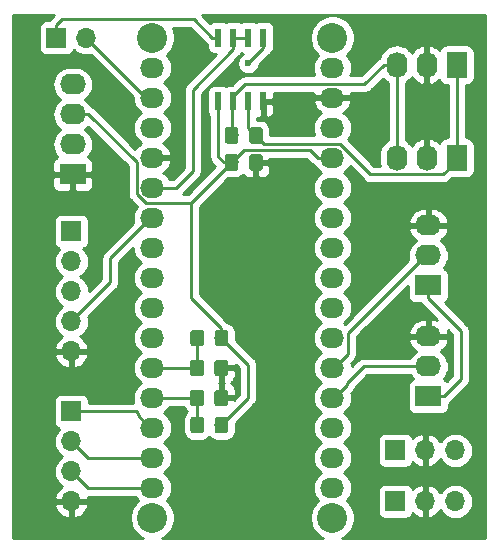
<source format=gbr>
G04 #@! TF.GenerationSoftware,KiCad,Pcbnew,(5.1.4-0-10_14)*
G04 #@! TF.CreationDate,2019-10-29T08:39:25+01:00*
G04 #@! TF.ProjectId,DDI_shield,4444495f-7368-4696-956c-642e6b696361,-*
G04 #@! TF.SameCoordinates,Original*
G04 #@! TF.FileFunction,Copper,L2,Bot*
G04 #@! TF.FilePolarity,Positive*
%FSLAX46Y46*%
G04 Gerber Fmt 4.6, Leading zero omitted, Abs format (unit mm)*
G04 Created by KiCad (PCBNEW (5.1.4-0-10_14)) date 2019-10-29 08:39:25*
%MOMM*%
%LPD*%
G04 APERTURE LIST*
%ADD10R,1.700000X1.700000*%
%ADD11O,1.700000X1.700000*%
%ADD12O,2.032000X1.727200*%
%ADD13C,2.540000*%
%ADD14R,0.600000X1.550000*%
%ADD15C,0.100000*%
%ADD16C,1.150000*%
%ADD17R,2.200000X1.740000*%
%ADD18O,2.200000X1.740000*%
%ADD19R,1.740000X2.200000*%
%ADD20O,1.740000X2.200000*%
%ADD21C,0.600000*%
%ADD22C,0.228600*%
%ADD23C,0.254000*%
G04 APERTURE END LIST*
D10*
X132588000Y-100330000D03*
D11*
X132588000Y-102870000D03*
X132588000Y-105410000D03*
X132588000Y-107950000D03*
D10*
X131318000Y-68707000D03*
D11*
X133858000Y-68707000D03*
D12*
X139446000Y-71247000D03*
X139446000Y-73787000D03*
X139446000Y-76327000D03*
X139446000Y-78867000D03*
X139446000Y-81407000D03*
X139446000Y-83947000D03*
X139446000Y-86487000D03*
X139446000Y-89027000D03*
X139446000Y-91567000D03*
X139446000Y-94107000D03*
X139446000Y-96647000D03*
X139446000Y-99187000D03*
X139446000Y-101727000D03*
X139446000Y-104267000D03*
X139446000Y-106807000D03*
X154686000Y-71247000D03*
X154686000Y-73787000D03*
X154686000Y-76327000D03*
X154686000Y-78867000D03*
X154686000Y-81407000D03*
X154686000Y-83947000D03*
X154686000Y-86487000D03*
X154686000Y-89027000D03*
X154686000Y-91567000D03*
X154686000Y-94107000D03*
X154686000Y-96647000D03*
X154686000Y-99187000D03*
X154686000Y-101727000D03*
X154686000Y-104267000D03*
X154686000Y-106807000D03*
D13*
X139446000Y-68707000D03*
X139446000Y-109347000D03*
X154686000Y-109347000D03*
X154686000Y-68707000D03*
D14*
X145034000Y-68674000D03*
X146304000Y-68674000D03*
X147574000Y-68674000D03*
X148844000Y-68674000D03*
X148844000Y-74074000D03*
X147574000Y-74074000D03*
X146304000Y-74074000D03*
X145034000Y-74074000D03*
D10*
X132588000Y-85090000D03*
D11*
X132588000Y-87630000D03*
X132588000Y-90170000D03*
X132588000Y-92710000D03*
X132588000Y-95250000D03*
D15*
G36*
X143605505Y-93408204D02*
G01*
X143629773Y-93411804D01*
X143653572Y-93417765D01*
X143676671Y-93426030D01*
X143698850Y-93436520D01*
X143719893Y-93449132D01*
X143739599Y-93463747D01*
X143757777Y-93480223D01*
X143774253Y-93498401D01*
X143788868Y-93518107D01*
X143801480Y-93539150D01*
X143811970Y-93561329D01*
X143820235Y-93584428D01*
X143826196Y-93608227D01*
X143829796Y-93632495D01*
X143831000Y-93656999D01*
X143831000Y-94557001D01*
X143829796Y-94581505D01*
X143826196Y-94605773D01*
X143820235Y-94629572D01*
X143811970Y-94652671D01*
X143801480Y-94674850D01*
X143788868Y-94695893D01*
X143774253Y-94715599D01*
X143757777Y-94733777D01*
X143739599Y-94750253D01*
X143719893Y-94764868D01*
X143698850Y-94777480D01*
X143676671Y-94787970D01*
X143653572Y-94796235D01*
X143629773Y-94802196D01*
X143605505Y-94805796D01*
X143581001Y-94807000D01*
X142930999Y-94807000D01*
X142906495Y-94805796D01*
X142882227Y-94802196D01*
X142858428Y-94796235D01*
X142835329Y-94787970D01*
X142813150Y-94777480D01*
X142792107Y-94764868D01*
X142772401Y-94750253D01*
X142754223Y-94733777D01*
X142737747Y-94715599D01*
X142723132Y-94695893D01*
X142710520Y-94674850D01*
X142700030Y-94652671D01*
X142691765Y-94629572D01*
X142685804Y-94605773D01*
X142682204Y-94581505D01*
X142681000Y-94557001D01*
X142681000Y-93656999D01*
X142682204Y-93632495D01*
X142685804Y-93608227D01*
X142691765Y-93584428D01*
X142700030Y-93561329D01*
X142710520Y-93539150D01*
X142723132Y-93518107D01*
X142737747Y-93498401D01*
X142754223Y-93480223D01*
X142772401Y-93463747D01*
X142792107Y-93449132D01*
X142813150Y-93436520D01*
X142835329Y-93426030D01*
X142858428Y-93417765D01*
X142882227Y-93411804D01*
X142906495Y-93408204D01*
X142930999Y-93407000D01*
X143581001Y-93407000D01*
X143605505Y-93408204D01*
X143605505Y-93408204D01*
G37*
D16*
X143256000Y-94107000D03*
D15*
G36*
X145655505Y-93408204D02*
G01*
X145679773Y-93411804D01*
X145703572Y-93417765D01*
X145726671Y-93426030D01*
X145748850Y-93436520D01*
X145769893Y-93449132D01*
X145789599Y-93463747D01*
X145807777Y-93480223D01*
X145824253Y-93498401D01*
X145838868Y-93518107D01*
X145851480Y-93539150D01*
X145861970Y-93561329D01*
X145870235Y-93584428D01*
X145876196Y-93608227D01*
X145879796Y-93632495D01*
X145881000Y-93656999D01*
X145881000Y-94557001D01*
X145879796Y-94581505D01*
X145876196Y-94605773D01*
X145870235Y-94629572D01*
X145861970Y-94652671D01*
X145851480Y-94674850D01*
X145838868Y-94695893D01*
X145824253Y-94715599D01*
X145807777Y-94733777D01*
X145789599Y-94750253D01*
X145769893Y-94764868D01*
X145748850Y-94777480D01*
X145726671Y-94787970D01*
X145703572Y-94796235D01*
X145679773Y-94802196D01*
X145655505Y-94805796D01*
X145631001Y-94807000D01*
X144980999Y-94807000D01*
X144956495Y-94805796D01*
X144932227Y-94802196D01*
X144908428Y-94796235D01*
X144885329Y-94787970D01*
X144863150Y-94777480D01*
X144842107Y-94764868D01*
X144822401Y-94750253D01*
X144804223Y-94733777D01*
X144787747Y-94715599D01*
X144773132Y-94695893D01*
X144760520Y-94674850D01*
X144750030Y-94652671D01*
X144741765Y-94629572D01*
X144735804Y-94605773D01*
X144732204Y-94581505D01*
X144731000Y-94557001D01*
X144731000Y-93656999D01*
X144732204Y-93632495D01*
X144735804Y-93608227D01*
X144741765Y-93584428D01*
X144750030Y-93561329D01*
X144760520Y-93539150D01*
X144773132Y-93518107D01*
X144787747Y-93498401D01*
X144804223Y-93480223D01*
X144822401Y-93463747D01*
X144842107Y-93449132D01*
X144863150Y-93436520D01*
X144885329Y-93426030D01*
X144908428Y-93417765D01*
X144932227Y-93411804D01*
X144956495Y-93408204D01*
X144980999Y-93407000D01*
X145631001Y-93407000D01*
X145655505Y-93408204D01*
X145655505Y-93408204D01*
G37*
D16*
X145306000Y-94107000D03*
D15*
G36*
X143587505Y-95948204D02*
G01*
X143611773Y-95951804D01*
X143635572Y-95957765D01*
X143658671Y-95966030D01*
X143680850Y-95976520D01*
X143701893Y-95989132D01*
X143721599Y-96003747D01*
X143739777Y-96020223D01*
X143756253Y-96038401D01*
X143770868Y-96058107D01*
X143783480Y-96079150D01*
X143793970Y-96101329D01*
X143802235Y-96124428D01*
X143808196Y-96148227D01*
X143811796Y-96172495D01*
X143813000Y-96196999D01*
X143813000Y-97097001D01*
X143811796Y-97121505D01*
X143808196Y-97145773D01*
X143802235Y-97169572D01*
X143793970Y-97192671D01*
X143783480Y-97214850D01*
X143770868Y-97235893D01*
X143756253Y-97255599D01*
X143739777Y-97273777D01*
X143721599Y-97290253D01*
X143701893Y-97304868D01*
X143680850Y-97317480D01*
X143658671Y-97327970D01*
X143635572Y-97336235D01*
X143611773Y-97342196D01*
X143587505Y-97345796D01*
X143563001Y-97347000D01*
X142912999Y-97347000D01*
X142888495Y-97345796D01*
X142864227Y-97342196D01*
X142840428Y-97336235D01*
X142817329Y-97327970D01*
X142795150Y-97317480D01*
X142774107Y-97304868D01*
X142754401Y-97290253D01*
X142736223Y-97273777D01*
X142719747Y-97255599D01*
X142705132Y-97235893D01*
X142692520Y-97214850D01*
X142682030Y-97192671D01*
X142673765Y-97169572D01*
X142667804Y-97145773D01*
X142664204Y-97121505D01*
X142663000Y-97097001D01*
X142663000Y-96196999D01*
X142664204Y-96172495D01*
X142667804Y-96148227D01*
X142673765Y-96124428D01*
X142682030Y-96101329D01*
X142692520Y-96079150D01*
X142705132Y-96058107D01*
X142719747Y-96038401D01*
X142736223Y-96020223D01*
X142754401Y-96003747D01*
X142774107Y-95989132D01*
X142795150Y-95976520D01*
X142817329Y-95966030D01*
X142840428Y-95957765D01*
X142864227Y-95951804D01*
X142888495Y-95948204D01*
X142912999Y-95947000D01*
X143563001Y-95947000D01*
X143587505Y-95948204D01*
X143587505Y-95948204D01*
G37*
D16*
X143238000Y-96647000D03*
D15*
G36*
X145637505Y-95948204D02*
G01*
X145661773Y-95951804D01*
X145685572Y-95957765D01*
X145708671Y-95966030D01*
X145730850Y-95976520D01*
X145751893Y-95989132D01*
X145771599Y-96003747D01*
X145789777Y-96020223D01*
X145806253Y-96038401D01*
X145820868Y-96058107D01*
X145833480Y-96079150D01*
X145843970Y-96101329D01*
X145852235Y-96124428D01*
X145858196Y-96148227D01*
X145861796Y-96172495D01*
X145863000Y-96196999D01*
X145863000Y-97097001D01*
X145861796Y-97121505D01*
X145858196Y-97145773D01*
X145852235Y-97169572D01*
X145843970Y-97192671D01*
X145833480Y-97214850D01*
X145820868Y-97235893D01*
X145806253Y-97255599D01*
X145789777Y-97273777D01*
X145771599Y-97290253D01*
X145751893Y-97304868D01*
X145730850Y-97317480D01*
X145708671Y-97327970D01*
X145685572Y-97336235D01*
X145661773Y-97342196D01*
X145637505Y-97345796D01*
X145613001Y-97347000D01*
X144962999Y-97347000D01*
X144938495Y-97345796D01*
X144914227Y-97342196D01*
X144890428Y-97336235D01*
X144867329Y-97327970D01*
X144845150Y-97317480D01*
X144824107Y-97304868D01*
X144804401Y-97290253D01*
X144786223Y-97273777D01*
X144769747Y-97255599D01*
X144755132Y-97235893D01*
X144742520Y-97214850D01*
X144732030Y-97192671D01*
X144723765Y-97169572D01*
X144717804Y-97145773D01*
X144714204Y-97121505D01*
X144713000Y-97097001D01*
X144713000Y-96196999D01*
X144714204Y-96172495D01*
X144717804Y-96148227D01*
X144723765Y-96124428D01*
X144732030Y-96101329D01*
X144742520Y-96079150D01*
X144755132Y-96058107D01*
X144769747Y-96038401D01*
X144786223Y-96020223D01*
X144804401Y-96003747D01*
X144824107Y-95989132D01*
X144845150Y-95976520D01*
X144867329Y-95966030D01*
X144890428Y-95957765D01*
X144914227Y-95951804D01*
X144938495Y-95948204D01*
X144962999Y-95947000D01*
X145613001Y-95947000D01*
X145637505Y-95948204D01*
X145637505Y-95948204D01*
G37*
D16*
X145288000Y-96647000D03*
D15*
G36*
X143596505Y-100774204D02*
G01*
X143620773Y-100777804D01*
X143644572Y-100783765D01*
X143667671Y-100792030D01*
X143689850Y-100802520D01*
X143710893Y-100815132D01*
X143730599Y-100829747D01*
X143748777Y-100846223D01*
X143765253Y-100864401D01*
X143779868Y-100884107D01*
X143792480Y-100905150D01*
X143802970Y-100927329D01*
X143811235Y-100950428D01*
X143817196Y-100974227D01*
X143820796Y-100998495D01*
X143822000Y-101022999D01*
X143822000Y-101923001D01*
X143820796Y-101947505D01*
X143817196Y-101971773D01*
X143811235Y-101995572D01*
X143802970Y-102018671D01*
X143792480Y-102040850D01*
X143779868Y-102061893D01*
X143765253Y-102081599D01*
X143748777Y-102099777D01*
X143730599Y-102116253D01*
X143710893Y-102130868D01*
X143689850Y-102143480D01*
X143667671Y-102153970D01*
X143644572Y-102162235D01*
X143620773Y-102168196D01*
X143596505Y-102171796D01*
X143572001Y-102173000D01*
X142921999Y-102173000D01*
X142897495Y-102171796D01*
X142873227Y-102168196D01*
X142849428Y-102162235D01*
X142826329Y-102153970D01*
X142804150Y-102143480D01*
X142783107Y-102130868D01*
X142763401Y-102116253D01*
X142745223Y-102099777D01*
X142728747Y-102081599D01*
X142714132Y-102061893D01*
X142701520Y-102040850D01*
X142691030Y-102018671D01*
X142682765Y-101995572D01*
X142676804Y-101971773D01*
X142673204Y-101947505D01*
X142672000Y-101923001D01*
X142672000Y-101022999D01*
X142673204Y-100998495D01*
X142676804Y-100974227D01*
X142682765Y-100950428D01*
X142691030Y-100927329D01*
X142701520Y-100905150D01*
X142714132Y-100884107D01*
X142728747Y-100864401D01*
X142745223Y-100846223D01*
X142763401Y-100829747D01*
X142783107Y-100815132D01*
X142804150Y-100802520D01*
X142826329Y-100792030D01*
X142849428Y-100783765D01*
X142873227Y-100777804D01*
X142897495Y-100774204D01*
X142921999Y-100773000D01*
X143572001Y-100773000D01*
X143596505Y-100774204D01*
X143596505Y-100774204D01*
G37*
D16*
X143247000Y-101473000D03*
D15*
G36*
X145646505Y-100774204D02*
G01*
X145670773Y-100777804D01*
X145694572Y-100783765D01*
X145717671Y-100792030D01*
X145739850Y-100802520D01*
X145760893Y-100815132D01*
X145780599Y-100829747D01*
X145798777Y-100846223D01*
X145815253Y-100864401D01*
X145829868Y-100884107D01*
X145842480Y-100905150D01*
X145852970Y-100927329D01*
X145861235Y-100950428D01*
X145867196Y-100974227D01*
X145870796Y-100998495D01*
X145872000Y-101022999D01*
X145872000Y-101923001D01*
X145870796Y-101947505D01*
X145867196Y-101971773D01*
X145861235Y-101995572D01*
X145852970Y-102018671D01*
X145842480Y-102040850D01*
X145829868Y-102061893D01*
X145815253Y-102081599D01*
X145798777Y-102099777D01*
X145780599Y-102116253D01*
X145760893Y-102130868D01*
X145739850Y-102143480D01*
X145717671Y-102153970D01*
X145694572Y-102162235D01*
X145670773Y-102168196D01*
X145646505Y-102171796D01*
X145622001Y-102173000D01*
X144971999Y-102173000D01*
X144947495Y-102171796D01*
X144923227Y-102168196D01*
X144899428Y-102162235D01*
X144876329Y-102153970D01*
X144854150Y-102143480D01*
X144833107Y-102130868D01*
X144813401Y-102116253D01*
X144795223Y-102099777D01*
X144778747Y-102081599D01*
X144764132Y-102061893D01*
X144751520Y-102040850D01*
X144741030Y-102018671D01*
X144732765Y-101995572D01*
X144726804Y-101971773D01*
X144723204Y-101947505D01*
X144722000Y-101923001D01*
X144722000Y-101022999D01*
X144723204Y-100998495D01*
X144726804Y-100974227D01*
X144732765Y-100950428D01*
X144741030Y-100927329D01*
X144751520Y-100905150D01*
X144764132Y-100884107D01*
X144778747Y-100864401D01*
X144795223Y-100846223D01*
X144813401Y-100829747D01*
X144833107Y-100815132D01*
X144854150Y-100802520D01*
X144876329Y-100792030D01*
X144899428Y-100783765D01*
X144923227Y-100777804D01*
X144947495Y-100774204D01*
X144971999Y-100773000D01*
X145622001Y-100773000D01*
X145646505Y-100774204D01*
X145646505Y-100774204D01*
G37*
D16*
X145297000Y-101473000D03*
D15*
G36*
X143587505Y-98488204D02*
G01*
X143611773Y-98491804D01*
X143635572Y-98497765D01*
X143658671Y-98506030D01*
X143680850Y-98516520D01*
X143701893Y-98529132D01*
X143721599Y-98543747D01*
X143739777Y-98560223D01*
X143756253Y-98578401D01*
X143770868Y-98598107D01*
X143783480Y-98619150D01*
X143793970Y-98641329D01*
X143802235Y-98664428D01*
X143808196Y-98688227D01*
X143811796Y-98712495D01*
X143813000Y-98736999D01*
X143813000Y-99637001D01*
X143811796Y-99661505D01*
X143808196Y-99685773D01*
X143802235Y-99709572D01*
X143793970Y-99732671D01*
X143783480Y-99754850D01*
X143770868Y-99775893D01*
X143756253Y-99795599D01*
X143739777Y-99813777D01*
X143721599Y-99830253D01*
X143701893Y-99844868D01*
X143680850Y-99857480D01*
X143658671Y-99867970D01*
X143635572Y-99876235D01*
X143611773Y-99882196D01*
X143587505Y-99885796D01*
X143563001Y-99887000D01*
X142912999Y-99887000D01*
X142888495Y-99885796D01*
X142864227Y-99882196D01*
X142840428Y-99876235D01*
X142817329Y-99867970D01*
X142795150Y-99857480D01*
X142774107Y-99844868D01*
X142754401Y-99830253D01*
X142736223Y-99813777D01*
X142719747Y-99795599D01*
X142705132Y-99775893D01*
X142692520Y-99754850D01*
X142682030Y-99732671D01*
X142673765Y-99709572D01*
X142667804Y-99685773D01*
X142664204Y-99661505D01*
X142663000Y-99637001D01*
X142663000Y-98736999D01*
X142664204Y-98712495D01*
X142667804Y-98688227D01*
X142673765Y-98664428D01*
X142682030Y-98641329D01*
X142692520Y-98619150D01*
X142705132Y-98598107D01*
X142719747Y-98578401D01*
X142736223Y-98560223D01*
X142754401Y-98543747D01*
X142774107Y-98529132D01*
X142795150Y-98516520D01*
X142817329Y-98506030D01*
X142840428Y-98497765D01*
X142864227Y-98491804D01*
X142888495Y-98488204D01*
X142912999Y-98487000D01*
X143563001Y-98487000D01*
X143587505Y-98488204D01*
X143587505Y-98488204D01*
G37*
D16*
X143238000Y-99187000D03*
D15*
G36*
X145637505Y-98488204D02*
G01*
X145661773Y-98491804D01*
X145685572Y-98497765D01*
X145708671Y-98506030D01*
X145730850Y-98516520D01*
X145751893Y-98529132D01*
X145771599Y-98543747D01*
X145789777Y-98560223D01*
X145806253Y-98578401D01*
X145820868Y-98598107D01*
X145833480Y-98619150D01*
X145843970Y-98641329D01*
X145852235Y-98664428D01*
X145858196Y-98688227D01*
X145861796Y-98712495D01*
X145863000Y-98736999D01*
X145863000Y-99637001D01*
X145861796Y-99661505D01*
X145858196Y-99685773D01*
X145852235Y-99709572D01*
X145843970Y-99732671D01*
X145833480Y-99754850D01*
X145820868Y-99775893D01*
X145806253Y-99795599D01*
X145789777Y-99813777D01*
X145771599Y-99830253D01*
X145751893Y-99844868D01*
X145730850Y-99857480D01*
X145708671Y-99867970D01*
X145685572Y-99876235D01*
X145661773Y-99882196D01*
X145637505Y-99885796D01*
X145613001Y-99887000D01*
X144962999Y-99887000D01*
X144938495Y-99885796D01*
X144914227Y-99882196D01*
X144890428Y-99876235D01*
X144867329Y-99867970D01*
X144845150Y-99857480D01*
X144824107Y-99844868D01*
X144804401Y-99830253D01*
X144786223Y-99813777D01*
X144769747Y-99795599D01*
X144755132Y-99775893D01*
X144742520Y-99754850D01*
X144732030Y-99732671D01*
X144723765Y-99709572D01*
X144717804Y-99685773D01*
X144714204Y-99661505D01*
X144713000Y-99637001D01*
X144713000Y-98736999D01*
X144714204Y-98712495D01*
X144717804Y-98688227D01*
X144723765Y-98664428D01*
X144732030Y-98641329D01*
X144742520Y-98619150D01*
X144755132Y-98598107D01*
X144769747Y-98578401D01*
X144786223Y-98560223D01*
X144804401Y-98543747D01*
X144824107Y-98529132D01*
X144845150Y-98516520D01*
X144867329Y-98506030D01*
X144890428Y-98497765D01*
X144914227Y-98491804D01*
X144938495Y-98488204D01*
X144962999Y-98487000D01*
X145613001Y-98487000D01*
X145637505Y-98488204D01*
X145637505Y-98488204D01*
G37*
D16*
X145288000Y-99187000D03*
D15*
G36*
X146517505Y-78549204D02*
G01*
X146541773Y-78552804D01*
X146565572Y-78558765D01*
X146588671Y-78567030D01*
X146610850Y-78577520D01*
X146631893Y-78590132D01*
X146651599Y-78604747D01*
X146669777Y-78621223D01*
X146686253Y-78639401D01*
X146700868Y-78659107D01*
X146713480Y-78680150D01*
X146723970Y-78702329D01*
X146732235Y-78725428D01*
X146738196Y-78749227D01*
X146741796Y-78773495D01*
X146743000Y-78797999D01*
X146743000Y-79698001D01*
X146741796Y-79722505D01*
X146738196Y-79746773D01*
X146732235Y-79770572D01*
X146723970Y-79793671D01*
X146713480Y-79815850D01*
X146700868Y-79836893D01*
X146686253Y-79856599D01*
X146669777Y-79874777D01*
X146651599Y-79891253D01*
X146631893Y-79905868D01*
X146610850Y-79918480D01*
X146588671Y-79928970D01*
X146565572Y-79937235D01*
X146541773Y-79943196D01*
X146517505Y-79946796D01*
X146493001Y-79948000D01*
X145842999Y-79948000D01*
X145818495Y-79946796D01*
X145794227Y-79943196D01*
X145770428Y-79937235D01*
X145747329Y-79928970D01*
X145725150Y-79918480D01*
X145704107Y-79905868D01*
X145684401Y-79891253D01*
X145666223Y-79874777D01*
X145649747Y-79856599D01*
X145635132Y-79836893D01*
X145622520Y-79815850D01*
X145612030Y-79793671D01*
X145603765Y-79770572D01*
X145597804Y-79746773D01*
X145594204Y-79722505D01*
X145593000Y-79698001D01*
X145593000Y-78797999D01*
X145594204Y-78773495D01*
X145597804Y-78749227D01*
X145603765Y-78725428D01*
X145612030Y-78702329D01*
X145622520Y-78680150D01*
X145635132Y-78659107D01*
X145649747Y-78639401D01*
X145666223Y-78621223D01*
X145684401Y-78604747D01*
X145704107Y-78590132D01*
X145725150Y-78577520D01*
X145747329Y-78567030D01*
X145770428Y-78558765D01*
X145794227Y-78552804D01*
X145818495Y-78549204D01*
X145842999Y-78548000D01*
X146493001Y-78548000D01*
X146517505Y-78549204D01*
X146517505Y-78549204D01*
G37*
D16*
X146168000Y-79248000D03*
D15*
G36*
X148567505Y-78549204D02*
G01*
X148591773Y-78552804D01*
X148615572Y-78558765D01*
X148638671Y-78567030D01*
X148660850Y-78577520D01*
X148681893Y-78590132D01*
X148701599Y-78604747D01*
X148719777Y-78621223D01*
X148736253Y-78639401D01*
X148750868Y-78659107D01*
X148763480Y-78680150D01*
X148773970Y-78702329D01*
X148782235Y-78725428D01*
X148788196Y-78749227D01*
X148791796Y-78773495D01*
X148793000Y-78797999D01*
X148793000Y-79698001D01*
X148791796Y-79722505D01*
X148788196Y-79746773D01*
X148782235Y-79770572D01*
X148773970Y-79793671D01*
X148763480Y-79815850D01*
X148750868Y-79836893D01*
X148736253Y-79856599D01*
X148719777Y-79874777D01*
X148701599Y-79891253D01*
X148681893Y-79905868D01*
X148660850Y-79918480D01*
X148638671Y-79928970D01*
X148615572Y-79937235D01*
X148591773Y-79943196D01*
X148567505Y-79946796D01*
X148543001Y-79948000D01*
X147892999Y-79948000D01*
X147868495Y-79946796D01*
X147844227Y-79943196D01*
X147820428Y-79937235D01*
X147797329Y-79928970D01*
X147775150Y-79918480D01*
X147754107Y-79905868D01*
X147734401Y-79891253D01*
X147716223Y-79874777D01*
X147699747Y-79856599D01*
X147685132Y-79836893D01*
X147672520Y-79815850D01*
X147662030Y-79793671D01*
X147653765Y-79770572D01*
X147647804Y-79746773D01*
X147644204Y-79722505D01*
X147643000Y-79698001D01*
X147643000Y-78797999D01*
X147644204Y-78773495D01*
X147647804Y-78749227D01*
X147653765Y-78725428D01*
X147662030Y-78702329D01*
X147672520Y-78680150D01*
X147685132Y-78659107D01*
X147699747Y-78639401D01*
X147716223Y-78621223D01*
X147734401Y-78604747D01*
X147754107Y-78590132D01*
X147775150Y-78577520D01*
X147797329Y-78567030D01*
X147820428Y-78558765D01*
X147844227Y-78552804D01*
X147868495Y-78549204D01*
X147892999Y-78548000D01*
X148543001Y-78548000D01*
X148567505Y-78549204D01*
X148567505Y-78549204D01*
G37*
D16*
X148218000Y-79248000D03*
D17*
X132715000Y-80264000D03*
D18*
X132715000Y-77724000D03*
X132715000Y-75184000D03*
X132715000Y-72644000D03*
D19*
X165227000Y-70993000D03*
D20*
X162687000Y-70993000D03*
X160147000Y-70993000D03*
X160147000Y-78867000D03*
X162687000Y-78867000D03*
D19*
X165227000Y-78867000D03*
D17*
X162814000Y-99060000D03*
D18*
X162814000Y-96520000D03*
X162814000Y-93980000D03*
X162814000Y-84582000D03*
X162814000Y-87122000D03*
D17*
X162814000Y-89662000D03*
D15*
G36*
X146517505Y-76263204D02*
G01*
X146541773Y-76266804D01*
X146565572Y-76272765D01*
X146588671Y-76281030D01*
X146610850Y-76291520D01*
X146631893Y-76304132D01*
X146651599Y-76318747D01*
X146669777Y-76335223D01*
X146686253Y-76353401D01*
X146700868Y-76373107D01*
X146713480Y-76394150D01*
X146723970Y-76416329D01*
X146732235Y-76439428D01*
X146738196Y-76463227D01*
X146741796Y-76487495D01*
X146743000Y-76511999D01*
X146743000Y-77412001D01*
X146741796Y-77436505D01*
X146738196Y-77460773D01*
X146732235Y-77484572D01*
X146723970Y-77507671D01*
X146713480Y-77529850D01*
X146700868Y-77550893D01*
X146686253Y-77570599D01*
X146669777Y-77588777D01*
X146651599Y-77605253D01*
X146631893Y-77619868D01*
X146610850Y-77632480D01*
X146588671Y-77642970D01*
X146565572Y-77651235D01*
X146541773Y-77657196D01*
X146517505Y-77660796D01*
X146493001Y-77662000D01*
X145842999Y-77662000D01*
X145818495Y-77660796D01*
X145794227Y-77657196D01*
X145770428Y-77651235D01*
X145747329Y-77642970D01*
X145725150Y-77632480D01*
X145704107Y-77619868D01*
X145684401Y-77605253D01*
X145666223Y-77588777D01*
X145649747Y-77570599D01*
X145635132Y-77550893D01*
X145622520Y-77529850D01*
X145612030Y-77507671D01*
X145603765Y-77484572D01*
X145597804Y-77460773D01*
X145594204Y-77436505D01*
X145593000Y-77412001D01*
X145593000Y-76511999D01*
X145594204Y-76487495D01*
X145597804Y-76463227D01*
X145603765Y-76439428D01*
X145612030Y-76416329D01*
X145622520Y-76394150D01*
X145635132Y-76373107D01*
X145649747Y-76353401D01*
X145666223Y-76335223D01*
X145684401Y-76318747D01*
X145704107Y-76304132D01*
X145725150Y-76291520D01*
X145747329Y-76281030D01*
X145770428Y-76272765D01*
X145794227Y-76266804D01*
X145818495Y-76263204D01*
X145842999Y-76262000D01*
X146493001Y-76262000D01*
X146517505Y-76263204D01*
X146517505Y-76263204D01*
G37*
D16*
X146168000Y-76962000D03*
D15*
G36*
X148567505Y-76263204D02*
G01*
X148591773Y-76266804D01*
X148615572Y-76272765D01*
X148638671Y-76281030D01*
X148660850Y-76291520D01*
X148681893Y-76304132D01*
X148701599Y-76318747D01*
X148719777Y-76335223D01*
X148736253Y-76353401D01*
X148750868Y-76373107D01*
X148763480Y-76394150D01*
X148773970Y-76416329D01*
X148782235Y-76439428D01*
X148788196Y-76463227D01*
X148791796Y-76487495D01*
X148793000Y-76511999D01*
X148793000Y-77412001D01*
X148791796Y-77436505D01*
X148788196Y-77460773D01*
X148782235Y-77484572D01*
X148773970Y-77507671D01*
X148763480Y-77529850D01*
X148750868Y-77550893D01*
X148736253Y-77570599D01*
X148719777Y-77588777D01*
X148701599Y-77605253D01*
X148681893Y-77619868D01*
X148660850Y-77632480D01*
X148638671Y-77642970D01*
X148615572Y-77651235D01*
X148591773Y-77657196D01*
X148567505Y-77660796D01*
X148543001Y-77662000D01*
X147892999Y-77662000D01*
X147868495Y-77660796D01*
X147844227Y-77657196D01*
X147820428Y-77651235D01*
X147797329Y-77642970D01*
X147775150Y-77632480D01*
X147754107Y-77619868D01*
X147734401Y-77605253D01*
X147716223Y-77588777D01*
X147699747Y-77570599D01*
X147685132Y-77550893D01*
X147672520Y-77529850D01*
X147662030Y-77507671D01*
X147653765Y-77484572D01*
X147647804Y-77460773D01*
X147644204Y-77436505D01*
X147643000Y-77412001D01*
X147643000Y-76511999D01*
X147644204Y-76487495D01*
X147647804Y-76463227D01*
X147653765Y-76439428D01*
X147662030Y-76416329D01*
X147672520Y-76394150D01*
X147685132Y-76373107D01*
X147699747Y-76353401D01*
X147716223Y-76335223D01*
X147734401Y-76318747D01*
X147754107Y-76304132D01*
X147775150Y-76291520D01*
X147797329Y-76281030D01*
X147820428Y-76272765D01*
X147844227Y-76266804D01*
X147868495Y-76263204D01*
X147892999Y-76262000D01*
X148543001Y-76262000D01*
X148567505Y-76263204D01*
X148567505Y-76263204D01*
G37*
D16*
X148218000Y-76962000D03*
D10*
X160020000Y-107950000D03*
D11*
X162560000Y-107950000D03*
X165100000Y-107950000D03*
X165100000Y-103632000D03*
X162560000Y-103632000D03*
D10*
X160020000Y-103632000D03*
D21*
X147574000Y-70866000D03*
X146558000Y-97790000D03*
X148844000Y-97790000D03*
X149860000Y-88900000D03*
D22*
X148844000Y-69596000D02*
X148844000Y-68674000D01*
X147574000Y-70866000D02*
X148844000Y-69596000D01*
X138938000Y-73787000D02*
X139446000Y-73787000D01*
X133858000Y-68707000D02*
X138938000Y-73787000D01*
X146304000Y-68674000D02*
X147574000Y-68674000D01*
X141478000Y-81407000D02*
X139446000Y-81407000D01*
X142875000Y-80010000D02*
X141478000Y-81407000D01*
X142875000Y-73106600D02*
X142875000Y-80010000D01*
X146304000Y-68674000D02*
X146304000Y-69677600D01*
X146304000Y-69677600D02*
X142875000Y-73106600D01*
X145034000Y-75077600D02*
X145034000Y-74074000D01*
X145034000Y-78789000D02*
X145034000Y-75077600D01*
X145493000Y-79248000D02*
X145034000Y-78789000D01*
X146168000Y-79248000D02*
X145493000Y-79248000D01*
X138112490Y-81896231D02*
X138893259Y-82677000D01*
X138112490Y-79252890D02*
X138112490Y-81896231D01*
X132715000Y-75184000D02*
X134043600Y-75184000D01*
X134043600Y-75184000D02*
X138112490Y-79252890D01*
X142739000Y-82677000D02*
X146168000Y-79248000D01*
X138893259Y-82677000D02*
X142739000Y-82677000D01*
X142739000Y-90740000D02*
X142739000Y-82677000D01*
X145306000Y-93307000D02*
X142739000Y-90740000D01*
X145306000Y-94107000D02*
X145306000Y-93307000D01*
X147574000Y-96375000D02*
X145306000Y-94107000D01*
X147574000Y-99187000D02*
X147574000Y-96375000D01*
X146180510Y-100580490D02*
X147574000Y-99187000D01*
X145297000Y-101473000D02*
X146180510Y-100589490D01*
X146180510Y-100589490D02*
X146180510Y-100580490D01*
X153441400Y-78867000D02*
X154686000Y-78867000D01*
X152804890Y-78230490D02*
X153441400Y-78867000D01*
X147185510Y-78230490D02*
X152804890Y-78230490D01*
X146168000Y-79248000D02*
X147185510Y-78230490D01*
X164142600Y-99060000D02*
X165608000Y-97594600D01*
X162814000Y-99060000D02*
X164142600Y-99060000D01*
X162814000Y-90760600D02*
X162814000Y-89662000D01*
X165608000Y-93554600D02*
X162814000Y-90760600D01*
X165608000Y-97594600D02*
X165608000Y-93554600D01*
X147574000Y-76318000D02*
X148218000Y-76962000D01*
X147574000Y-74074000D02*
X147574000Y-76318000D01*
X165227000Y-70993000D02*
X165227000Y-78867000D01*
X148841372Y-77585372D02*
X148218000Y-76962000D01*
X148941890Y-77685890D02*
X148841372Y-77585372D01*
X155327631Y-77685890D02*
X148941890Y-77685890D01*
X157900851Y-80259110D02*
X155327631Y-77685890D01*
X164064890Y-80259110D02*
X157900851Y-80259110D01*
X165227000Y-79097000D02*
X164064890Y-80259110D01*
X165227000Y-78867000D02*
X165227000Y-79097000D01*
X146168000Y-74210000D02*
X146304000Y-74074000D01*
X146168000Y-76962000D02*
X146168000Y-74210000D01*
X160147000Y-77538400D02*
X160147000Y-70993000D01*
X160147000Y-78867000D02*
X160147000Y-77538400D01*
X146304000Y-73599000D02*
X146304000Y-74074000D01*
X147271710Y-72631290D02*
X146304000Y-73599000D01*
X157410110Y-72631290D02*
X147271710Y-72631290D01*
X159048400Y-70993000D02*
X157410110Y-72631290D01*
X160147000Y-70993000D02*
X159048400Y-70993000D01*
X131318000Y-67628400D02*
X131318000Y-68707000D01*
X131801501Y-67144899D02*
X131318000Y-67628400D01*
X142976299Y-67144899D02*
X131801501Y-67144899D01*
X144505400Y-68674000D02*
X142976299Y-67144899D01*
X145034000Y-68674000D02*
X144505400Y-68674000D01*
X139293600Y-83947000D02*
X139446000Y-83947000D01*
X135890000Y-87350600D02*
X139293600Y-83947000D01*
X135890000Y-89408000D02*
X135890000Y-87350600D01*
X132588000Y-92710000D02*
X135890000Y-89408000D01*
X143238000Y-94125000D02*
X143256000Y-94107000D01*
X143238000Y-96647000D02*
X143238000Y-94125000D01*
X139446000Y-96647000D02*
X143238000Y-96647000D01*
X142563000Y-99187000D02*
X139446000Y-99187000D01*
X143238000Y-99187000D02*
X142563000Y-99187000D01*
X143247000Y-99196000D02*
X143238000Y-99187000D01*
X143247000Y-101473000D02*
X143247000Y-99196000D01*
X154838400Y-96647000D02*
X154686000Y-96647000D01*
X155994110Y-95491290D02*
X154838400Y-96647000D01*
X155994110Y-93711890D02*
X155994110Y-95491290D01*
X162584000Y-87122000D02*
X155994110Y-93711890D01*
X162814000Y-87122000D02*
X162584000Y-87122000D01*
X154838400Y-99187000D02*
X154686000Y-99187000D01*
X155930600Y-98094800D02*
X154838400Y-99187000D01*
X155930600Y-97942400D02*
X155930600Y-98094800D01*
X157353000Y-96520000D02*
X155930600Y-97942400D01*
X162814000Y-96520000D02*
X157353000Y-96520000D01*
X154533600Y-106807000D02*
X154686000Y-106807000D01*
X139293600Y-101727000D02*
X139446000Y-101727000D01*
X138201400Y-100634800D02*
X139293600Y-101727000D01*
X138201400Y-100482400D02*
X138201400Y-100634800D01*
X138049000Y-100330000D02*
X138201400Y-100482400D01*
X132588000Y-100330000D02*
X138049000Y-100330000D01*
X133985000Y-104267000D02*
X139446000Y-104267000D01*
X132588000Y-102870000D02*
X133985000Y-104267000D01*
X133985000Y-106807000D02*
X139446000Y-106807000D01*
X132588000Y-105410000D02*
X133985000Y-106807000D01*
D23*
G36*
X167590001Y-111075000D02*
G01*
X155492243Y-111075000D01*
X155588356Y-111035189D01*
X155900366Y-110826710D01*
X156165710Y-110561366D01*
X156374189Y-110249356D01*
X156517791Y-109902668D01*
X156591000Y-109534626D01*
X156591000Y-109159374D01*
X156517791Y-108791332D01*
X156374189Y-108444644D01*
X156165710Y-108132634D01*
X155903952Y-107870876D01*
X156090469Y-107643606D01*
X156229625Y-107383264D01*
X156315316Y-107100777D01*
X156315392Y-107100000D01*
X158531928Y-107100000D01*
X158531928Y-108800000D01*
X158544188Y-108924482D01*
X158580498Y-109044180D01*
X158639463Y-109154494D01*
X158718815Y-109251185D01*
X158815506Y-109330537D01*
X158925820Y-109389502D01*
X159045518Y-109425812D01*
X159170000Y-109438072D01*
X160870000Y-109438072D01*
X160994482Y-109425812D01*
X161114180Y-109389502D01*
X161224494Y-109330537D01*
X161321185Y-109251185D01*
X161400537Y-109154494D01*
X161459502Y-109044180D01*
X161483966Y-108963534D01*
X161559731Y-109047588D01*
X161793080Y-109221641D01*
X162055901Y-109346825D01*
X162203110Y-109391476D01*
X162433000Y-109270155D01*
X162433000Y-108077000D01*
X162413000Y-108077000D01*
X162413000Y-107823000D01*
X162433000Y-107823000D01*
X162433000Y-106629845D01*
X162687000Y-106629845D01*
X162687000Y-107823000D01*
X162707000Y-107823000D01*
X162707000Y-108077000D01*
X162687000Y-108077000D01*
X162687000Y-109270155D01*
X162916890Y-109391476D01*
X163064099Y-109346825D01*
X163326920Y-109221641D01*
X163560269Y-109047588D01*
X163755178Y-108831355D01*
X163824799Y-108714477D01*
X163859294Y-108779014D01*
X164044866Y-109005134D01*
X164270986Y-109190706D01*
X164528966Y-109328599D01*
X164808889Y-109413513D01*
X165027050Y-109435000D01*
X165172950Y-109435000D01*
X165391111Y-109413513D01*
X165671034Y-109328599D01*
X165929014Y-109190706D01*
X166155134Y-109005134D01*
X166340706Y-108779014D01*
X166478599Y-108521034D01*
X166563513Y-108241111D01*
X166592185Y-107950000D01*
X166563513Y-107658889D01*
X166478599Y-107378966D01*
X166340706Y-107120986D01*
X166155134Y-106894866D01*
X165929014Y-106709294D01*
X165671034Y-106571401D01*
X165391111Y-106486487D01*
X165172950Y-106465000D01*
X165027050Y-106465000D01*
X164808889Y-106486487D01*
X164528966Y-106571401D01*
X164270986Y-106709294D01*
X164044866Y-106894866D01*
X163859294Y-107120986D01*
X163824799Y-107185523D01*
X163755178Y-107068645D01*
X163560269Y-106852412D01*
X163326920Y-106678359D01*
X163064099Y-106553175D01*
X162916890Y-106508524D01*
X162687000Y-106629845D01*
X162433000Y-106629845D01*
X162203110Y-106508524D01*
X162055901Y-106553175D01*
X161793080Y-106678359D01*
X161559731Y-106852412D01*
X161483966Y-106936466D01*
X161459502Y-106855820D01*
X161400537Y-106745506D01*
X161321185Y-106648815D01*
X161224494Y-106569463D01*
X161114180Y-106510498D01*
X160994482Y-106474188D01*
X160870000Y-106461928D01*
X159170000Y-106461928D01*
X159045518Y-106474188D01*
X158925820Y-106510498D01*
X158815506Y-106569463D01*
X158718815Y-106648815D01*
X158639463Y-106745506D01*
X158580498Y-106855820D01*
X158544188Y-106975518D01*
X158531928Y-107100000D01*
X156315392Y-107100000D01*
X156344251Y-106807000D01*
X156315316Y-106513223D01*
X156229625Y-106230736D01*
X156090469Y-105970394D01*
X155903197Y-105742203D01*
X155675006Y-105554931D01*
X155641460Y-105537000D01*
X155675006Y-105519069D01*
X155903197Y-105331797D01*
X156090469Y-105103606D01*
X156229625Y-104843264D01*
X156315316Y-104560777D01*
X156344251Y-104267000D01*
X156315316Y-103973223D01*
X156229625Y-103690736D01*
X156090469Y-103430394D01*
X155903197Y-103202203D01*
X155675006Y-103014931D01*
X155641460Y-102997000D01*
X155675006Y-102979069D01*
X155903197Y-102791797D01*
X155911237Y-102782000D01*
X158531928Y-102782000D01*
X158531928Y-104482000D01*
X158544188Y-104606482D01*
X158580498Y-104726180D01*
X158639463Y-104836494D01*
X158718815Y-104933185D01*
X158815506Y-105012537D01*
X158925820Y-105071502D01*
X159045518Y-105107812D01*
X159170000Y-105120072D01*
X160870000Y-105120072D01*
X160994482Y-105107812D01*
X161114180Y-105071502D01*
X161224494Y-105012537D01*
X161321185Y-104933185D01*
X161400537Y-104836494D01*
X161459502Y-104726180D01*
X161483966Y-104645534D01*
X161559731Y-104729588D01*
X161793080Y-104903641D01*
X162055901Y-105028825D01*
X162203110Y-105073476D01*
X162433000Y-104952155D01*
X162433000Y-103759000D01*
X162413000Y-103759000D01*
X162413000Y-103505000D01*
X162433000Y-103505000D01*
X162433000Y-102311845D01*
X162687000Y-102311845D01*
X162687000Y-103505000D01*
X162707000Y-103505000D01*
X162707000Y-103759000D01*
X162687000Y-103759000D01*
X162687000Y-104952155D01*
X162916890Y-105073476D01*
X163064099Y-105028825D01*
X163326920Y-104903641D01*
X163560269Y-104729588D01*
X163755178Y-104513355D01*
X163824799Y-104396477D01*
X163859294Y-104461014D01*
X164044866Y-104687134D01*
X164270986Y-104872706D01*
X164528966Y-105010599D01*
X164808889Y-105095513D01*
X165027050Y-105117000D01*
X165172950Y-105117000D01*
X165391111Y-105095513D01*
X165671034Y-105010599D01*
X165929014Y-104872706D01*
X166155134Y-104687134D01*
X166340706Y-104461014D01*
X166478599Y-104203034D01*
X166563513Y-103923111D01*
X166592185Y-103632000D01*
X166563513Y-103340889D01*
X166478599Y-103060966D01*
X166340706Y-102802986D01*
X166155134Y-102576866D01*
X165929014Y-102391294D01*
X165671034Y-102253401D01*
X165391111Y-102168487D01*
X165172950Y-102147000D01*
X165027050Y-102147000D01*
X164808889Y-102168487D01*
X164528966Y-102253401D01*
X164270986Y-102391294D01*
X164044866Y-102576866D01*
X163859294Y-102802986D01*
X163824799Y-102867523D01*
X163755178Y-102750645D01*
X163560269Y-102534412D01*
X163326920Y-102360359D01*
X163064099Y-102235175D01*
X162916890Y-102190524D01*
X162687000Y-102311845D01*
X162433000Y-102311845D01*
X162203110Y-102190524D01*
X162055901Y-102235175D01*
X161793080Y-102360359D01*
X161559731Y-102534412D01*
X161483966Y-102618466D01*
X161459502Y-102537820D01*
X161400537Y-102427506D01*
X161321185Y-102330815D01*
X161224494Y-102251463D01*
X161114180Y-102192498D01*
X160994482Y-102156188D01*
X160870000Y-102143928D01*
X159170000Y-102143928D01*
X159045518Y-102156188D01*
X158925820Y-102192498D01*
X158815506Y-102251463D01*
X158718815Y-102330815D01*
X158639463Y-102427506D01*
X158580498Y-102537820D01*
X158544188Y-102657518D01*
X158531928Y-102782000D01*
X155911237Y-102782000D01*
X156090469Y-102563606D01*
X156229625Y-102303264D01*
X156315316Y-102020777D01*
X156344251Y-101727000D01*
X156315316Y-101433223D01*
X156229625Y-101150736D01*
X156090469Y-100890394D01*
X155903197Y-100662203D01*
X155675006Y-100474931D01*
X155641460Y-100457000D01*
X155675006Y-100439069D01*
X155903197Y-100251797D01*
X156090469Y-100023606D01*
X156229625Y-99763264D01*
X156315316Y-99480777D01*
X156344251Y-99187000D01*
X156315316Y-98893223D01*
X156286579Y-98798490D01*
X156434411Y-98650659D01*
X156462998Y-98627198D01*
X156486460Y-98598610D01*
X156556634Y-98513104D01*
X156626212Y-98382932D01*
X156654338Y-98290212D01*
X156659511Y-98273158D01*
X157663370Y-97269300D01*
X161278008Y-97269300D01*
X161326583Y-97360179D01*
X161513047Y-97587385D01*
X161469820Y-97600498D01*
X161359506Y-97659463D01*
X161262815Y-97738815D01*
X161183463Y-97835506D01*
X161124498Y-97945820D01*
X161088188Y-98065518D01*
X161075928Y-98190000D01*
X161075928Y-99930000D01*
X161088188Y-100054482D01*
X161124498Y-100174180D01*
X161183463Y-100284494D01*
X161262815Y-100381185D01*
X161359506Y-100460537D01*
X161469820Y-100519502D01*
X161589518Y-100555812D01*
X161714000Y-100568072D01*
X163914000Y-100568072D01*
X164038482Y-100555812D01*
X164158180Y-100519502D01*
X164268494Y-100460537D01*
X164365185Y-100381185D01*
X164444537Y-100284494D01*
X164503502Y-100174180D01*
X164539812Y-100054482D01*
X164552072Y-99930000D01*
X164552072Y-99690754D01*
X164560903Y-99686034D01*
X164674998Y-99592398D01*
X164698463Y-99563806D01*
X166111818Y-98150453D01*
X166140398Y-98126998D01*
X166163854Y-98098417D01*
X166163861Y-98098410D01*
X166234034Y-98012903D01*
X166303612Y-97882732D01*
X166346458Y-97741488D01*
X166350397Y-97701494D01*
X166357300Y-97631406D01*
X166357300Y-97631398D01*
X166360924Y-97594600D01*
X166357300Y-97557802D01*
X166357300Y-93591396D01*
X166360924Y-93554600D01*
X166357300Y-93517804D01*
X166357300Y-93517794D01*
X166346458Y-93407712D01*
X166303612Y-93266468D01*
X166234034Y-93136297D01*
X166163861Y-93050790D01*
X166163854Y-93050783D01*
X166140398Y-93022202D01*
X166111817Y-92998746D01*
X164207962Y-91094892D01*
X164268494Y-91062537D01*
X164365185Y-90983185D01*
X164444537Y-90886494D01*
X164503502Y-90776180D01*
X164539812Y-90656482D01*
X164552072Y-90532000D01*
X164552072Y-88792000D01*
X164539812Y-88667518D01*
X164503502Y-88547820D01*
X164444537Y-88437506D01*
X164365185Y-88340815D01*
X164268494Y-88261463D01*
X164158180Y-88202498D01*
X164114953Y-88189385D01*
X164301417Y-87962179D01*
X164441166Y-87700725D01*
X164527224Y-87417032D01*
X164556282Y-87122000D01*
X164527224Y-86826968D01*
X164441166Y-86543275D01*
X164301417Y-86281821D01*
X164113345Y-86052655D01*
X163884179Y-85864583D01*
X163856331Y-85849698D01*
X163992903Y-85760256D01*
X164204536Y-85552494D01*
X164371571Y-85307437D01*
X164487588Y-85034502D01*
X164505302Y-84942031D01*
X164384246Y-84709000D01*
X162941000Y-84709000D01*
X162941000Y-84729000D01*
X162687000Y-84729000D01*
X162687000Y-84709000D01*
X161243754Y-84709000D01*
X161122698Y-84942031D01*
X161140412Y-85034502D01*
X161256429Y-85307437D01*
X161423464Y-85552494D01*
X161635097Y-85760256D01*
X161771669Y-85849698D01*
X161743821Y-85864583D01*
X161514655Y-86052655D01*
X161326583Y-86281821D01*
X161186834Y-86543275D01*
X161100776Y-86826968D01*
X161071718Y-87122000D01*
X161100776Y-87417032D01*
X161130689Y-87515640D01*
X155738935Y-92907396D01*
X155675006Y-92854931D01*
X155641460Y-92837000D01*
X155675006Y-92819069D01*
X155903197Y-92631797D01*
X156090469Y-92403606D01*
X156229625Y-92143264D01*
X156315316Y-91860777D01*
X156344251Y-91567000D01*
X156315316Y-91273223D01*
X156229625Y-90990736D01*
X156090469Y-90730394D01*
X155903197Y-90502203D01*
X155675006Y-90314931D01*
X155641460Y-90297000D01*
X155675006Y-90279069D01*
X155903197Y-90091797D01*
X156090469Y-89863606D01*
X156229625Y-89603264D01*
X156315316Y-89320777D01*
X156344251Y-89027000D01*
X156315316Y-88733223D01*
X156229625Y-88450736D01*
X156090469Y-88190394D01*
X155903197Y-87962203D01*
X155675006Y-87774931D01*
X155641460Y-87757000D01*
X155675006Y-87739069D01*
X155903197Y-87551797D01*
X156090469Y-87323606D01*
X156229625Y-87063264D01*
X156315316Y-86780777D01*
X156344251Y-86487000D01*
X156315316Y-86193223D01*
X156229625Y-85910736D01*
X156090469Y-85650394D01*
X155903197Y-85422203D01*
X155675006Y-85234931D01*
X155641460Y-85217000D01*
X155675006Y-85199069D01*
X155903197Y-85011797D01*
X156090469Y-84783606D01*
X156229625Y-84523264D01*
X156315316Y-84240777D01*
X156317168Y-84221969D01*
X161122698Y-84221969D01*
X161243754Y-84455000D01*
X162687000Y-84455000D01*
X162687000Y-83231414D01*
X162941000Y-83231414D01*
X162941000Y-84455000D01*
X164384246Y-84455000D01*
X164505302Y-84221969D01*
X164487588Y-84129498D01*
X164371571Y-83856563D01*
X164204536Y-83611506D01*
X163992903Y-83403744D01*
X163744804Y-83241262D01*
X163469773Y-83130304D01*
X163178380Y-83075134D01*
X162941000Y-83231414D01*
X162687000Y-83231414D01*
X162449620Y-83075134D01*
X162158227Y-83130304D01*
X161883196Y-83241262D01*
X161635097Y-83403744D01*
X161423464Y-83611506D01*
X161256429Y-83856563D01*
X161140412Y-84129498D01*
X161122698Y-84221969D01*
X156317168Y-84221969D01*
X156344251Y-83947000D01*
X156315316Y-83653223D01*
X156229625Y-83370736D01*
X156090469Y-83110394D01*
X155903197Y-82882203D01*
X155675006Y-82694931D01*
X155641460Y-82677000D01*
X155675006Y-82659069D01*
X155903197Y-82471797D01*
X156090469Y-82243606D01*
X156229625Y-81983264D01*
X156315316Y-81700777D01*
X156344251Y-81407000D01*
X156315316Y-81113223D01*
X156229625Y-80830736D01*
X156090469Y-80570394D01*
X155903197Y-80342203D01*
X155675006Y-80154931D01*
X155641460Y-80137000D01*
X155675006Y-80119069D01*
X155903197Y-79931797D01*
X156090469Y-79703606D01*
X156158465Y-79576394D01*
X157344995Y-80762925D01*
X157368453Y-80791508D01*
X157397034Y-80814964D01*
X157397041Y-80814971D01*
X157482548Y-80885144D01*
X157612719Y-80954722D01*
X157753963Y-80997568D01*
X157864045Y-81008410D01*
X157864053Y-81008410D01*
X157900851Y-81012034D01*
X157937649Y-81008410D01*
X164028095Y-81008410D01*
X164064890Y-81012034D01*
X164101685Y-81008410D01*
X164101696Y-81008410D01*
X164211778Y-80997568D01*
X164353022Y-80954722D01*
X164483193Y-80885144D01*
X164597288Y-80791508D01*
X164620753Y-80762916D01*
X164778597Y-80605072D01*
X166097000Y-80605072D01*
X166221482Y-80592812D01*
X166341180Y-80556502D01*
X166451494Y-80497537D01*
X166548185Y-80418185D01*
X166627537Y-80321494D01*
X166686502Y-80211180D01*
X166722812Y-80091482D01*
X166735072Y-79967000D01*
X166735072Y-77767000D01*
X166722812Y-77642518D01*
X166686502Y-77522820D01*
X166627537Y-77412506D01*
X166548185Y-77315815D01*
X166451494Y-77236463D01*
X166341180Y-77177498D01*
X166221482Y-77141188D01*
X166097000Y-77128928D01*
X165976300Y-77128928D01*
X165976300Y-72731072D01*
X166097000Y-72731072D01*
X166221482Y-72718812D01*
X166341180Y-72682502D01*
X166451494Y-72623537D01*
X166548185Y-72544185D01*
X166627537Y-72447494D01*
X166686502Y-72337180D01*
X166722812Y-72217482D01*
X166735072Y-72093000D01*
X166735072Y-69893000D01*
X166722812Y-69768518D01*
X166686502Y-69648820D01*
X166627537Y-69538506D01*
X166548185Y-69441815D01*
X166451494Y-69362463D01*
X166341180Y-69303498D01*
X166221482Y-69267188D01*
X166097000Y-69254928D01*
X164357000Y-69254928D01*
X164232518Y-69267188D01*
X164112820Y-69303498D01*
X164002506Y-69362463D01*
X163905815Y-69441815D01*
X163826463Y-69538506D01*
X163767498Y-69648820D01*
X163752273Y-69699009D01*
X163657494Y-69602464D01*
X163412437Y-69435429D01*
X163139502Y-69319412D01*
X163047031Y-69301698D01*
X162814000Y-69422754D01*
X162814000Y-70866000D01*
X162834000Y-70866000D01*
X162834000Y-71120000D01*
X162814000Y-71120000D01*
X162814000Y-72563246D01*
X163047031Y-72684302D01*
X163139502Y-72666588D01*
X163412437Y-72550571D01*
X163657494Y-72383536D01*
X163752273Y-72286991D01*
X163767498Y-72337180D01*
X163826463Y-72447494D01*
X163905815Y-72544185D01*
X164002506Y-72623537D01*
X164112820Y-72682502D01*
X164232518Y-72718812D01*
X164357000Y-72731072D01*
X164477700Y-72731072D01*
X164477701Y-77128928D01*
X164357000Y-77128928D01*
X164232518Y-77141188D01*
X164112820Y-77177498D01*
X164002506Y-77236463D01*
X163905815Y-77315815D01*
X163826463Y-77412506D01*
X163767498Y-77522820D01*
X163752273Y-77573009D01*
X163657494Y-77476464D01*
X163412437Y-77309429D01*
X163139502Y-77193412D01*
X163047031Y-77175698D01*
X162814000Y-77296754D01*
X162814000Y-78740000D01*
X162834000Y-78740000D01*
X162834000Y-78994000D01*
X162814000Y-78994000D01*
X162814000Y-79014000D01*
X162560000Y-79014000D01*
X162560000Y-78994000D01*
X162540000Y-78994000D01*
X162540000Y-78740000D01*
X162560000Y-78740000D01*
X162560000Y-77296754D01*
X162326969Y-77175698D01*
X162234498Y-77193412D01*
X161961563Y-77309429D01*
X161716506Y-77476464D01*
X161508744Y-77688097D01*
X161419302Y-77824669D01*
X161404417Y-77796821D01*
X161216345Y-77567655D01*
X160987179Y-77379583D01*
X160896300Y-77331008D01*
X160896300Y-72528992D01*
X160987178Y-72480417D01*
X161216345Y-72292345D01*
X161404417Y-72063179D01*
X161419302Y-72035331D01*
X161508744Y-72171903D01*
X161716506Y-72383536D01*
X161961563Y-72550571D01*
X162234498Y-72666588D01*
X162326969Y-72684302D01*
X162560000Y-72563246D01*
X162560000Y-71120000D01*
X162540000Y-71120000D01*
X162540000Y-70866000D01*
X162560000Y-70866000D01*
X162560000Y-69422754D01*
X162326969Y-69301698D01*
X162234498Y-69319412D01*
X161961563Y-69435429D01*
X161716506Y-69602464D01*
X161508744Y-69814097D01*
X161419302Y-69950669D01*
X161404417Y-69922821D01*
X161216345Y-69693655D01*
X160987179Y-69505583D01*
X160725725Y-69365834D01*
X160442032Y-69279776D01*
X160147000Y-69250718D01*
X159851969Y-69279776D01*
X159568276Y-69365834D01*
X159306822Y-69505583D01*
X159077655Y-69693655D01*
X158889583Y-69922821D01*
X158749834Y-70184275D01*
X158706862Y-70325934D01*
X158630096Y-70366966D01*
X158544590Y-70437140D01*
X158516002Y-70460602D01*
X158492541Y-70489189D01*
X157099741Y-71881990D01*
X156198235Y-71881990D01*
X156229625Y-71823264D01*
X156315316Y-71540777D01*
X156344251Y-71247000D01*
X156315316Y-70953223D01*
X156229625Y-70670736D01*
X156090469Y-70410394D01*
X155903952Y-70183124D01*
X156165710Y-69921366D01*
X156374189Y-69609356D01*
X156517791Y-69262668D01*
X156591000Y-68894626D01*
X156591000Y-68519374D01*
X156517791Y-68151332D01*
X156374189Y-67804644D01*
X156165710Y-67492634D01*
X155900366Y-67227290D01*
X155588356Y-67018811D01*
X155241668Y-66875209D01*
X154873626Y-66802000D01*
X154498374Y-66802000D01*
X154130332Y-66875209D01*
X153783644Y-67018811D01*
X153471634Y-67227290D01*
X153206290Y-67492634D01*
X152997811Y-67804644D01*
X152854209Y-68151332D01*
X152781000Y-68519374D01*
X152781000Y-68894626D01*
X152854209Y-69262668D01*
X152997811Y-69609356D01*
X153206290Y-69921366D01*
X153468048Y-70183124D01*
X153281531Y-70410394D01*
X153142375Y-70670736D01*
X153056684Y-70953223D01*
X153027749Y-71247000D01*
X153056684Y-71540777D01*
X153142375Y-71823264D01*
X153173765Y-71881990D01*
X147308508Y-71881990D01*
X147271710Y-71878366D01*
X147234912Y-71881990D01*
X147234904Y-71881990D01*
X147124822Y-71892832D01*
X146983578Y-71935678D01*
X146853407Y-72005256D01*
X146767900Y-72075429D01*
X146767893Y-72075436D01*
X146739312Y-72098892D01*
X146715856Y-72127473D01*
X146182402Y-72660928D01*
X146004000Y-72660928D01*
X145879518Y-72673188D01*
X145759820Y-72709498D01*
X145669000Y-72758043D01*
X145578180Y-72709498D01*
X145458482Y-72673188D01*
X145334000Y-72660928D01*
X144734000Y-72660928D01*
X144609518Y-72673188D01*
X144489820Y-72709498D01*
X144379506Y-72768463D01*
X144282815Y-72847815D01*
X144203463Y-72944506D01*
X144144498Y-73054820D01*
X144108188Y-73174518D01*
X144095928Y-73299000D01*
X144095928Y-74849000D01*
X144108188Y-74973482D01*
X144144498Y-75093180D01*
X144203463Y-75203494D01*
X144282815Y-75300185D01*
X144284701Y-75301733D01*
X144284700Y-78752204D01*
X144281076Y-78789000D01*
X144284700Y-78825795D01*
X144284700Y-78825805D01*
X144295542Y-78935887D01*
X144326975Y-79039506D01*
X144338388Y-79077131D01*
X144407966Y-79207303D01*
X144445378Y-79252889D01*
X144501602Y-79321398D01*
X144530194Y-79344863D01*
X144770831Y-79585500D01*
X142428631Y-81927700D01*
X142019998Y-81927700D01*
X142033863Y-81910806D01*
X143378811Y-80565859D01*
X143407398Y-80542398D01*
X143501034Y-80428303D01*
X143570612Y-80298132D01*
X143613458Y-80156888D01*
X143624300Y-80046806D01*
X143624300Y-80046797D01*
X143627924Y-80010001D01*
X143624300Y-79973205D01*
X143624300Y-73416969D01*
X146807811Y-70233459D01*
X146836398Y-70209998D01*
X146930034Y-70095903D01*
X146976072Y-70009773D01*
X147029820Y-70038502D01*
X147098364Y-70059295D01*
X146977972Y-70139738D01*
X146847738Y-70269972D01*
X146745414Y-70423111D01*
X146674932Y-70593271D01*
X146639000Y-70773911D01*
X146639000Y-70958089D01*
X146674932Y-71138729D01*
X146745414Y-71308889D01*
X146847738Y-71462028D01*
X146977972Y-71592262D01*
X147131111Y-71694586D01*
X147301271Y-71765068D01*
X147481911Y-71801000D01*
X147666089Y-71801000D01*
X147846729Y-71765068D01*
X148016889Y-71694586D01*
X148170028Y-71592262D01*
X148300262Y-71462028D01*
X148402586Y-71308889D01*
X148473068Y-71138729D01*
X148500910Y-70998759D01*
X149347812Y-70151858D01*
X149376398Y-70128398D01*
X149399860Y-70099810D01*
X149470034Y-70014304D01*
X149484667Y-69986928D01*
X149498494Y-69979537D01*
X149595185Y-69900185D01*
X149674537Y-69803494D01*
X149733502Y-69693180D01*
X149769812Y-69573482D01*
X149782072Y-69449000D01*
X149782072Y-67899000D01*
X149769812Y-67774518D01*
X149733502Y-67654820D01*
X149674537Y-67544506D01*
X149595185Y-67447815D01*
X149498494Y-67368463D01*
X149388180Y-67309498D01*
X149268482Y-67273188D01*
X149144000Y-67260928D01*
X148544000Y-67260928D01*
X148419518Y-67273188D01*
X148299820Y-67309498D01*
X148209000Y-67358043D01*
X148118180Y-67309498D01*
X147998482Y-67273188D01*
X147874000Y-67260928D01*
X147274000Y-67260928D01*
X147149518Y-67273188D01*
X147029820Y-67309498D01*
X146939000Y-67358043D01*
X146848180Y-67309498D01*
X146728482Y-67273188D01*
X146604000Y-67260928D01*
X146004000Y-67260928D01*
X145879518Y-67273188D01*
X145759820Y-67309498D01*
X145669000Y-67358043D01*
X145578180Y-67309498D01*
X145458482Y-67273188D01*
X145334000Y-67260928D01*
X144734000Y-67260928D01*
X144609518Y-67273188D01*
X144489820Y-67309498D01*
X144379506Y-67368463D01*
X144313611Y-67422541D01*
X143616069Y-66725000D01*
X167590000Y-66725000D01*
X167590001Y-111075000D01*
X167590001Y-111075000D01*
G37*
X167590001Y-111075000D02*
X155492243Y-111075000D01*
X155588356Y-111035189D01*
X155900366Y-110826710D01*
X156165710Y-110561366D01*
X156374189Y-110249356D01*
X156517791Y-109902668D01*
X156591000Y-109534626D01*
X156591000Y-109159374D01*
X156517791Y-108791332D01*
X156374189Y-108444644D01*
X156165710Y-108132634D01*
X155903952Y-107870876D01*
X156090469Y-107643606D01*
X156229625Y-107383264D01*
X156315316Y-107100777D01*
X156315392Y-107100000D01*
X158531928Y-107100000D01*
X158531928Y-108800000D01*
X158544188Y-108924482D01*
X158580498Y-109044180D01*
X158639463Y-109154494D01*
X158718815Y-109251185D01*
X158815506Y-109330537D01*
X158925820Y-109389502D01*
X159045518Y-109425812D01*
X159170000Y-109438072D01*
X160870000Y-109438072D01*
X160994482Y-109425812D01*
X161114180Y-109389502D01*
X161224494Y-109330537D01*
X161321185Y-109251185D01*
X161400537Y-109154494D01*
X161459502Y-109044180D01*
X161483966Y-108963534D01*
X161559731Y-109047588D01*
X161793080Y-109221641D01*
X162055901Y-109346825D01*
X162203110Y-109391476D01*
X162433000Y-109270155D01*
X162433000Y-108077000D01*
X162413000Y-108077000D01*
X162413000Y-107823000D01*
X162433000Y-107823000D01*
X162433000Y-106629845D01*
X162687000Y-106629845D01*
X162687000Y-107823000D01*
X162707000Y-107823000D01*
X162707000Y-108077000D01*
X162687000Y-108077000D01*
X162687000Y-109270155D01*
X162916890Y-109391476D01*
X163064099Y-109346825D01*
X163326920Y-109221641D01*
X163560269Y-109047588D01*
X163755178Y-108831355D01*
X163824799Y-108714477D01*
X163859294Y-108779014D01*
X164044866Y-109005134D01*
X164270986Y-109190706D01*
X164528966Y-109328599D01*
X164808889Y-109413513D01*
X165027050Y-109435000D01*
X165172950Y-109435000D01*
X165391111Y-109413513D01*
X165671034Y-109328599D01*
X165929014Y-109190706D01*
X166155134Y-109005134D01*
X166340706Y-108779014D01*
X166478599Y-108521034D01*
X166563513Y-108241111D01*
X166592185Y-107950000D01*
X166563513Y-107658889D01*
X166478599Y-107378966D01*
X166340706Y-107120986D01*
X166155134Y-106894866D01*
X165929014Y-106709294D01*
X165671034Y-106571401D01*
X165391111Y-106486487D01*
X165172950Y-106465000D01*
X165027050Y-106465000D01*
X164808889Y-106486487D01*
X164528966Y-106571401D01*
X164270986Y-106709294D01*
X164044866Y-106894866D01*
X163859294Y-107120986D01*
X163824799Y-107185523D01*
X163755178Y-107068645D01*
X163560269Y-106852412D01*
X163326920Y-106678359D01*
X163064099Y-106553175D01*
X162916890Y-106508524D01*
X162687000Y-106629845D01*
X162433000Y-106629845D01*
X162203110Y-106508524D01*
X162055901Y-106553175D01*
X161793080Y-106678359D01*
X161559731Y-106852412D01*
X161483966Y-106936466D01*
X161459502Y-106855820D01*
X161400537Y-106745506D01*
X161321185Y-106648815D01*
X161224494Y-106569463D01*
X161114180Y-106510498D01*
X160994482Y-106474188D01*
X160870000Y-106461928D01*
X159170000Y-106461928D01*
X159045518Y-106474188D01*
X158925820Y-106510498D01*
X158815506Y-106569463D01*
X158718815Y-106648815D01*
X158639463Y-106745506D01*
X158580498Y-106855820D01*
X158544188Y-106975518D01*
X158531928Y-107100000D01*
X156315392Y-107100000D01*
X156344251Y-106807000D01*
X156315316Y-106513223D01*
X156229625Y-106230736D01*
X156090469Y-105970394D01*
X155903197Y-105742203D01*
X155675006Y-105554931D01*
X155641460Y-105537000D01*
X155675006Y-105519069D01*
X155903197Y-105331797D01*
X156090469Y-105103606D01*
X156229625Y-104843264D01*
X156315316Y-104560777D01*
X156344251Y-104267000D01*
X156315316Y-103973223D01*
X156229625Y-103690736D01*
X156090469Y-103430394D01*
X155903197Y-103202203D01*
X155675006Y-103014931D01*
X155641460Y-102997000D01*
X155675006Y-102979069D01*
X155903197Y-102791797D01*
X155911237Y-102782000D01*
X158531928Y-102782000D01*
X158531928Y-104482000D01*
X158544188Y-104606482D01*
X158580498Y-104726180D01*
X158639463Y-104836494D01*
X158718815Y-104933185D01*
X158815506Y-105012537D01*
X158925820Y-105071502D01*
X159045518Y-105107812D01*
X159170000Y-105120072D01*
X160870000Y-105120072D01*
X160994482Y-105107812D01*
X161114180Y-105071502D01*
X161224494Y-105012537D01*
X161321185Y-104933185D01*
X161400537Y-104836494D01*
X161459502Y-104726180D01*
X161483966Y-104645534D01*
X161559731Y-104729588D01*
X161793080Y-104903641D01*
X162055901Y-105028825D01*
X162203110Y-105073476D01*
X162433000Y-104952155D01*
X162433000Y-103759000D01*
X162413000Y-103759000D01*
X162413000Y-103505000D01*
X162433000Y-103505000D01*
X162433000Y-102311845D01*
X162687000Y-102311845D01*
X162687000Y-103505000D01*
X162707000Y-103505000D01*
X162707000Y-103759000D01*
X162687000Y-103759000D01*
X162687000Y-104952155D01*
X162916890Y-105073476D01*
X163064099Y-105028825D01*
X163326920Y-104903641D01*
X163560269Y-104729588D01*
X163755178Y-104513355D01*
X163824799Y-104396477D01*
X163859294Y-104461014D01*
X164044866Y-104687134D01*
X164270986Y-104872706D01*
X164528966Y-105010599D01*
X164808889Y-105095513D01*
X165027050Y-105117000D01*
X165172950Y-105117000D01*
X165391111Y-105095513D01*
X165671034Y-105010599D01*
X165929014Y-104872706D01*
X166155134Y-104687134D01*
X166340706Y-104461014D01*
X166478599Y-104203034D01*
X166563513Y-103923111D01*
X166592185Y-103632000D01*
X166563513Y-103340889D01*
X166478599Y-103060966D01*
X166340706Y-102802986D01*
X166155134Y-102576866D01*
X165929014Y-102391294D01*
X165671034Y-102253401D01*
X165391111Y-102168487D01*
X165172950Y-102147000D01*
X165027050Y-102147000D01*
X164808889Y-102168487D01*
X164528966Y-102253401D01*
X164270986Y-102391294D01*
X164044866Y-102576866D01*
X163859294Y-102802986D01*
X163824799Y-102867523D01*
X163755178Y-102750645D01*
X163560269Y-102534412D01*
X163326920Y-102360359D01*
X163064099Y-102235175D01*
X162916890Y-102190524D01*
X162687000Y-102311845D01*
X162433000Y-102311845D01*
X162203110Y-102190524D01*
X162055901Y-102235175D01*
X161793080Y-102360359D01*
X161559731Y-102534412D01*
X161483966Y-102618466D01*
X161459502Y-102537820D01*
X161400537Y-102427506D01*
X161321185Y-102330815D01*
X161224494Y-102251463D01*
X161114180Y-102192498D01*
X160994482Y-102156188D01*
X160870000Y-102143928D01*
X159170000Y-102143928D01*
X159045518Y-102156188D01*
X158925820Y-102192498D01*
X158815506Y-102251463D01*
X158718815Y-102330815D01*
X158639463Y-102427506D01*
X158580498Y-102537820D01*
X158544188Y-102657518D01*
X158531928Y-102782000D01*
X155911237Y-102782000D01*
X156090469Y-102563606D01*
X156229625Y-102303264D01*
X156315316Y-102020777D01*
X156344251Y-101727000D01*
X156315316Y-101433223D01*
X156229625Y-101150736D01*
X156090469Y-100890394D01*
X155903197Y-100662203D01*
X155675006Y-100474931D01*
X155641460Y-100457000D01*
X155675006Y-100439069D01*
X155903197Y-100251797D01*
X156090469Y-100023606D01*
X156229625Y-99763264D01*
X156315316Y-99480777D01*
X156344251Y-99187000D01*
X156315316Y-98893223D01*
X156286579Y-98798490D01*
X156434411Y-98650659D01*
X156462998Y-98627198D01*
X156486460Y-98598610D01*
X156556634Y-98513104D01*
X156626212Y-98382932D01*
X156654338Y-98290212D01*
X156659511Y-98273158D01*
X157663370Y-97269300D01*
X161278008Y-97269300D01*
X161326583Y-97360179D01*
X161513047Y-97587385D01*
X161469820Y-97600498D01*
X161359506Y-97659463D01*
X161262815Y-97738815D01*
X161183463Y-97835506D01*
X161124498Y-97945820D01*
X161088188Y-98065518D01*
X161075928Y-98190000D01*
X161075928Y-99930000D01*
X161088188Y-100054482D01*
X161124498Y-100174180D01*
X161183463Y-100284494D01*
X161262815Y-100381185D01*
X161359506Y-100460537D01*
X161469820Y-100519502D01*
X161589518Y-100555812D01*
X161714000Y-100568072D01*
X163914000Y-100568072D01*
X164038482Y-100555812D01*
X164158180Y-100519502D01*
X164268494Y-100460537D01*
X164365185Y-100381185D01*
X164444537Y-100284494D01*
X164503502Y-100174180D01*
X164539812Y-100054482D01*
X164552072Y-99930000D01*
X164552072Y-99690754D01*
X164560903Y-99686034D01*
X164674998Y-99592398D01*
X164698463Y-99563806D01*
X166111818Y-98150453D01*
X166140398Y-98126998D01*
X166163854Y-98098417D01*
X166163861Y-98098410D01*
X166234034Y-98012903D01*
X166303612Y-97882732D01*
X166346458Y-97741488D01*
X166350397Y-97701494D01*
X166357300Y-97631406D01*
X166357300Y-97631398D01*
X166360924Y-97594600D01*
X166357300Y-97557802D01*
X166357300Y-93591396D01*
X166360924Y-93554600D01*
X166357300Y-93517804D01*
X166357300Y-93517794D01*
X166346458Y-93407712D01*
X166303612Y-93266468D01*
X166234034Y-93136297D01*
X166163861Y-93050790D01*
X166163854Y-93050783D01*
X166140398Y-93022202D01*
X166111817Y-92998746D01*
X164207962Y-91094892D01*
X164268494Y-91062537D01*
X164365185Y-90983185D01*
X164444537Y-90886494D01*
X164503502Y-90776180D01*
X164539812Y-90656482D01*
X164552072Y-90532000D01*
X164552072Y-88792000D01*
X164539812Y-88667518D01*
X164503502Y-88547820D01*
X164444537Y-88437506D01*
X164365185Y-88340815D01*
X164268494Y-88261463D01*
X164158180Y-88202498D01*
X164114953Y-88189385D01*
X164301417Y-87962179D01*
X164441166Y-87700725D01*
X164527224Y-87417032D01*
X164556282Y-87122000D01*
X164527224Y-86826968D01*
X164441166Y-86543275D01*
X164301417Y-86281821D01*
X164113345Y-86052655D01*
X163884179Y-85864583D01*
X163856331Y-85849698D01*
X163992903Y-85760256D01*
X164204536Y-85552494D01*
X164371571Y-85307437D01*
X164487588Y-85034502D01*
X164505302Y-84942031D01*
X164384246Y-84709000D01*
X162941000Y-84709000D01*
X162941000Y-84729000D01*
X162687000Y-84729000D01*
X162687000Y-84709000D01*
X161243754Y-84709000D01*
X161122698Y-84942031D01*
X161140412Y-85034502D01*
X161256429Y-85307437D01*
X161423464Y-85552494D01*
X161635097Y-85760256D01*
X161771669Y-85849698D01*
X161743821Y-85864583D01*
X161514655Y-86052655D01*
X161326583Y-86281821D01*
X161186834Y-86543275D01*
X161100776Y-86826968D01*
X161071718Y-87122000D01*
X161100776Y-87417032D01*
X161130689Y-87515640D01*
X155738935Y-92907396D01*
X155675006Y-92854931D01*
X155641460Y-92837000D01*
X155675006Y-92819069D01*
X155903197Y-92631797D01*
X156090469Y-92403606D01*
X156229625Y-92143264D01*
X156315316Y-91860777D01*
X156344251Y-91567000D01*
X156315316Y-91273223D01*
X156229625Y-90990736D01*
X156090469Y-90730394D01*
X155903197Y-90502203D01*
X155675006Y-90314931D01*
X155641460Y-90297000D01*
X155675006Y-90279069D01*
X155903197Y-90091797D01*
X156090469Y-89863606D01*
X156229625Y-89603264D01*
X156315316Y-89320777D01*
X156344251Y-89027000D01*
X156315316Y-88733223D01*
X156229625Y-88450736D01*
X156090469Y-88190394D01*
X155903197Y-87962203D01*
X155675006Y-87774931D01*
X155641460Y-87757000D01*
X155675006Y-87739069D01*
X155903197Y-87551797D01*
X156090469Y-87323606D01*
X156229625Y-87063264D01*
X156315316Y-86780777D01*
X156344251Y-86487000D01*
X156315316Y-86193223D01*
X156229625Y-85910736D01*
X156090469Y-85650394D01*
X155903197Y-85422203D01*
X155675006Y-85234931D01*
X155641460Y-85217000D01*
X155675006Y-85199069D01*
X155903197Y-85011797D01*
X156090469Y-84783606D01*
X156229625Y-84523264D01*
X156315316Y-84240777D01*
X156317168Y-84221969D01*
X161122698Y-84221969D01*
X161243754Y-84455000D01*
X162687000Y-84455000D01*
X162687000Y-83231414D01*
X162941000Y-83231414D01*
X162941000Y-84455000D01*
X164384246Y-84455000D01*
X164505302Y-84221969D01*
X164487588Y-84129498D01*
X164371571Y-83856563D01*
X164204536Y-83611506D01*
X163992903Y-83403744D01*
X163744804Y-83241262D01*
X163469773Y-83130304D01*
X163178380Y-83075134D01*
X162941000Y-83231414D01*
X162687000Y-83231414D01*
X162449620Y-83075134D01*
X162158227Y-83130304D01*
X161883196Y-83241262D01*
X161635097Y-83403744D01*
X161423464Y-83611506D01*
X161256429Y-83856563D01*
X161140412Y-84129498D01*
X161122698Y-84221969D01*
X156317168Y-84221969D01*
X156344251Y-83947000D01*
X156315316Y-83653223D01*
X156229625Y-83370736D01*
X156090469Y-83110394D01*
X155903197Y-82882203D01*
X155675006Y-82694931D01*
X155641460Y-82677000D01*
X155675006Y-82659069D01*
X155903197Y-82471797D01*
X156090469Y-82243606D01*
X156229625Y-81983264D01*
X156315316Y-81700777D01*
X156344251Y-81407000D01*
X156315316Y-81113223D01*
X156229625Y-80830736D01*
X156090469Y-80570394D01*
X155903197Y-80342203D01*
X155675006Y-80154931D01*
X155641460Y-80137000D01*
X155675006Y-80119069D01*
X155903197Y-79931797D01*
X156090469Y-79703606D01*
X156158465Y-79576394D01*
X157344995Y-80762925D01*
X157368453Y-80791508D01*
X157397034Y-80814964D01*
X157397041Y-80814971D01*
X157482548Y-80885144D01*
X157612719Y-80954722D01*
X157753963Y-80997568D01*
X157864045Y-81008410D01*
X157864053Y-81008410D01*
X157900851Y-81012034D01*
X157937649Y-81008410D01*
X164028095Y-81008410D01*
X164064890Y-81012034D01*
X164101685Y-81008410D01*
X164101696Y-81008410D01*
X164211778Y-80997568D01*
X164353022Y-80954722D01*
X164483193Y-80885144D01*
X164597288Y-80791508D01*
X164620753Y-80762916D01*
X164778597Y-80605072D01*
X166097000Y-80605072D01*
X166221482Y-80592812D01*
X166341180Y-80556502D01*
X166451494Y-80497537D01*
X166548185Y-80418185D01*
X166627537Y-80321494D01*
X166686502Y-80211180D01*
X166722812Y-80091482D01*
X166735072Y-79967000D01*
X166735072Y-77767000D01*
X166722812Y-77642518D01*
X166686502Y-77522820D01*
X166627537Y-77412506D01*
X166548185Y-77315815D01*
X166451494Y-77236463D01*
X166341180Y-77177498D01*
X166221482Y-77141188D01*
X166097000Y-77128928D01*
X165976300Y-77128928D01*
X165976300Y-72731072D01*
X166097000Y-72731072D01*
X166221482Y-72718812D01*
X166341180Y-72682502D01*
X166451494Y-72623537D01*
X166548185Y-72544185D01*
X166627537Y-72447494D01*
X166686502Y-72337180D01*
X166722812Y-72217482D01*
X166735072Y-72093000D01*
X166735072Y-69893000D01*
X166722812Y-69768518D01*
X166686502Y-69648820D01*
X166627537Y-69538506D01*
X166548185Y-69441815D01*
X166451494Y-69362463D01*
X166341180Y-69303498D01*
X166221482Y-69267188D01*
X166097000Y-69254928D01*
X164357000Y-69254928D01*
X164232518Y-69267188D01*
X164112820Y-69303498D01*
X164002506Y-69362463D01*
X163905815Y-69441815D01*
X163826463Y-69538506D01*
X163767498Y-69648820D01*
X163752273Y-69699009D01*
X163657494Y-69602464D01*
X163412437Y-69435429D01*
X163139502Y-69319412D01*
X163047031Y-69301698D01*
X162814000Y-69422754D01*
X162814000Y-70866000D01*
X162834000Y-70866000D01*
X162834000Y-71120000D01*
X162814000Y-71120000D01*
X162814000Y-72563246D01*
X163047031Y-72684302D01*
X163139502Y-72666588D01*
X163412437Y-72550571D01*
X163657494Y-72383536D01*
X163752273Y-72286991D01*
X163767498Y-72337180D01*
X163826463Y-72447494D01*
X163905815Y-72544185D01*
X164002506Y-72623537D01*
X164112820Y-72682502D01*
X164232518Y-72718812D01*
X164357000Y-72731072D01*
X164477700Y-72731072D01*
X164477701Y-77128928D01*
X164357000Y-77128928D01*
X164232518Y-77141188D01*
X164112820Y-77177498D01*
X164002506Y-77236463D01*
X163905815Y-77315815D01*
X163826463Y-77412506D01*
X163767498Y-77522820D01*
X163752273Y-77573009D01*
X163657494Y-77476464D01*
X163412437Y-77309429D01*
X163139502Y-77193412D01*
X163047031Y-77175698D01*
X162814000Y-77296754D01*
X162814000Y-78740000D01*
X162834000Y-78740000D01*
X162834000Y-78994000D01*
X162814000Y-78994000D01*
X162814000Y-79014000D01*
X162560000Y-79014000D01*
X162560000Y-78994000D01*
X162540000Y-78994000D01*
X162540000Y-78740000D01*
X162560000Y-78740000D01*
X162560000Y-77296754D01*
X162326969Y-77175698D01*
X162234498Y-77193412D01*
X161961563Y-77309429D01*
X161716506Y-77476464D01*
X161508744Y-77688097D01*
X161419302Y-77824669D01*
X161404417Y-77796821D01*
X161216345Y-77567655D01*
X160987179Y-77379583D01*
X160896300Y-77331008D01*
X160896300Y-72528992D01*
X160987178Y-72480417D01*
X161216345Y-72292345D01*
X161404417Y-72063179D01*
X161419302Y-72035331D01*
X161508744Y-72171903D01*
X161716506Y-72383536D01*
X161961563Y-72550571D01*
X162234498Y-72666588D01*
X162326969Y-72684302D01*
X162560000Y-72563246D01*
X162560000Y-71120000D01*
X162540000Y-71120000D01*
X162540000Y-70866000D01*
X162560000Y-70866000D01*
X162560000Y-69422754D01*
X162326969Y-69301698D01*
X162234498Y-69319412D01*
X161961563Y-69435429D01*
X161716506Y-69602464D01*
X161508744Y-69814097D01*
X161419302Y-69950669D01*
X161404417Y-69922821D01*
X161216345Y-69693655D01*
X160987179Y-69505583D01*
X160725725Y-69365834D01*
X160442032Y-69279776D01*
X160147000Y-69250718D01*
X159851969Y-69279776D01*
X159568276Y-69365834D01*
X159306822Y-69505583D01*
X159077655Y-69693655D01*
X158889583Y-69922821D01*
X158749834Y-70184275D01*
X158706862Y-70325934D01*
X158630096Y-70366966D01*
X158544590Y-70437140D01*
X158516002Y-70460602D01*
X158492541Y-70489189D01*
X157099741Y-71881990D01*
X156198235Y-71881990D01*
X156229625Y-71823264D01*
X156315316Y-71540777D01*
X156344251Y-71247000D01*
X156315316Y-70953223D01*
X156229625Y-70670736D01*
X156090469Y-70410394D01*
X155903952Y-70183124D01*
X156165710Y-69921366D01*
X156374189Y-69609356D01*
X156517791Y-69262668D01*
X156591000Y-68894626D01*
X156591000Y-68519374D01*
X156517791Y-68151332D01*
X156374189Y-67804644D01*
X156165710Y-67492634D01*
X155900366Y-67227290D01*
X155588356Y-67018811D01*
X155241668Y-66875209D01*
X154873626Y-66802000D01*
X154498374Y-66802000D01*
X154130332Y-66875209D01*
X153783644Y-67018811D01*
X153471634Y-67227290D01*
X153206290Y-67492634D01*
X152997811Y-67804644D01*
X152854209Y-68151332D01*
X152781000Y-68519374D01*
X152781000Y-68894626D01*
X152854209Y-69262668D01*
X152997811Y-69609356D01*
X153206290Y-69921366D01*
X153468048Y-70183124D01*
X153281531Y-70410394D01*
X153142375Y-70670736D01*
X153056684Y-70953223D01*
X153027749Y-71247000D01*
X153056684Y-71540777D01*
X153142375Y-71823264D01*
X153173765Y-71881990D01*
X147308508Y-71881990D01*
X147271710Y-71878366D01*
X147234912Y-71881990D01*
X147234904Y-71881990D01*
X147124822Y-71892832D01*
X146983578Y-71935678D01*
X146853407Y-72005256D01*
X146767900Y-72075429D01*
X146767893Y-72075436D01*
X146739312Y-72098892D01*
X146715856Y-72127473D01*
X146182402Y-72660928D01*
X146004000Y-72660928D01*
X145879518Y-72673188D01*
X145759820Y-72709498D01*
X145669000Y-72758043D01*
X145578180Y-72709498D01*
X145458482Y-72673188D01*
X145334000Y-72660928D01*
X144734000Y-72660928D01*
X144609518Y-72673188D01*
X144489820Y-72709498D01*
X144379506Y-72768463D01*
X144282815Y-72847815D01*
X144203463Y-72944506D01*
X144144498Y-73054820D01*
X144108188Y-73174518D01*
X144095928Y-73299000D01*
X144095928Y-74849000D01*
X144108188Y-74973482D01*
X144144498Y-75093180D01*
X144203463Y-75203494D01*
X144282815Y-75300185D01*
X144284701Y-75301733D01*
X144284700Y-78752204D01*
X144281076Y-78789000D01*
X144284700Y-78825795D01*
X144284700Y-78825805D01*
X144295542Y-78935887D01*
X144326975Y-79039506D01*
X144338388Y-79077131D01*
X144407966Y-79207303D01*
X144445378Y-79252889D01*
X144501602Y-79321398D01*
X144530194Y-79344863D01*
X144770831Y-79585500D01*
X142428631Y-81927700D01*
X142019998Y-81927700D01*
X142033863Y-81910806D01*
X143378811Y-80565859D01*
X143407398Y-80542398D01*
X143501034Y-80428303D01*
X143570612Y-80298132D01*
X143613458Y-80156888D01*
X143624300Y-80046806D01*
X143624300Y-80046797D01*
X143627924Y-80010001D01*
X143624300Y-79973205D01*
X143624300Y-73416969D01*
X146807811Y-70233459D01*
X146836398Y-70209998D01*
X146930034Y-70095903D01*
X146976072Y-70009773D01*
X147029820Y-70038502D01*
X147098364Y-70059295D01*
X146977972Y-70139738D01*
X146847738Y-70269972D01*
X146745414Y-70423111D01*
X146674932Y-70593271D01*
X146639000Y-70773911D01*
X146639000Y-70958089D01*
X146674932Y-71138729D01*
X146745414Y-71308889D01*
X146847738Y-71462028D01*
X146977972Y-71592262D01*
X147131111Y-71694586D01*
X147301271Y-71765068D01*
X147481911Y-71801000D01*
X147666089Y-71801000D01*
X147846729Y-71765068D01*
X148016889Y-71694586D01*
X148170028Y-71592262D01*
X148300262Y-71462028D01*
X148402586Y-71308889D01*
X148473068Y-71138729D01*
X148500910Y-70998759D01*
X149347812Y-70151858D01*
X149376398Y-70128398D01*
X149399860Y-70099810D01*
X149470034Y-70014304D01*
X149484667Y-69986928D01*
X149498494Y-69979537D01*
X149595185Y-69900185D01*
X149674537Y-69803494D01*
X149733502Y-69693180D01*
X149769812Y-69573482D01*
X149782072Y-69449000D01*
X149782072Y-67899000D01*
X149769812Y-67774518D01*
X149733502Y-67654820D01*
X149674537Y-67544506D01*
X149595185Y-67447815D01*
X149498494Y-67368463D01*
X149388180Y-67309498D01*
X149268482Y-67273188D01*
X149144000Y-67260928D01*
X148544000Y-67260928D01*
X148419518Y-67273188D01*
X148299820Y-67309498D01*
X148209000Y-67358043D01*
X148118180Y-67309498D01*
X147998482Y-67273188D01*
X147874000Y-67260928D01*
X147274000Y-67260928D01*
X147149518Y-67273188D01*
X147029820Y-67309498D01*
X146939000Y-67358043D01*
X146848180Y-67309498D01*
X146728482Y-67273188D01*
X146604000Y-67260928D01*
X146004000Y-67260928D01*
X145879518Y-67273188D01*
X145759820Y-67309498D01*
X145669000Y-67358043D01*
X145578180Y-67309498D01*
X145458482Y-67273188D01*
X145334000Y-67260928D01*
X144734000Y-67260928D01*
X144609518Y-67273188D01*
X144489820Y-67309498D01*
X144379506Y-67368463D01*
X144313611Y-67422541D01*
X143616069Y-66725000D01*
X167590000Y-66725000D01*
X167590001Y-111075000D01*
G36*
X152885541Y-79370811D02*
G01*
X152909002Y-79399398D01*
X152937588Y-79422858D01*
X152937590Y-79422860D01*
X153023096Y-79493034D01*
X153103729Y-79536133D01*
X153153268Y-79562612D01*
X153216405Y-79581765D01*
X153281531Y-79703606D01*
X153468803Y-79931797D01*
X153696994Y-80119069D01*
X153730540Y-80137000D01*
X153696994Y-80154931D01*
X153468803Y-80342203D01*
X153281531Y-80570394D01*
X153142375Y-80830736D01*
X153056684Y-81113223D01*
X153027749Y-81407000D01*
X153056684Y-81700777D01*
X153142375Y-81983264D01*
X153281531Y-82243606D01*
X153468803Y-82471797D01*
X153696994Y-82659069D01*
X153730540Y-82677000D01*
X153696994Y-82694931D01*
X153468803Y-82882203D01*
X153281531Y-83110394D01*
X153142375Y-83370736D01*
X153056684Y-83653223D01*
X153027749Y-83947000D01*
X153056684Y-84240777D01*
X153142375Y-84523264D01*
X153281531Y-84783606D01*
X153468803Y-85011797D01*
X153696994Y-85199069D01*
X153730540Y-85217000D01*
X153696994Y-85234931D01*
X153468803Y-85422203D01*
X153281531Y-85650394D01*
X153142375Y-85910736D01*
X153056684Y-86193223D01*
X153027749Y-86487000D01*
X153056684Y-86780777D01*
X153142375Y-87063264D01*
X153281531Y-87323606D01*
X153468803Y-87551797D01*
X153696994Y-87739069D01*
X153730540Y-87757000D01*
X153696994Y-87774931D01*
X153468803Y-87962203D01*
X153281531Y-88190394D01*
X153142375Y-88450736D01*
X153056684Y-88733223D01*
X153027749Y-89027000D01*
X153056684Y-89320777D01*
X153142375Y-89603264D01*
X153281531Y-89863606D01*
X153468803Y-90091797D01*
X153696994Y-90279069D01*
X153730540Y-90297000D01*
X153696994Y-90314931D01*
X153468803Y-90502203D01*
X153281531Y-90730394D01*
X153142375Y-90990736D01*
X153056684Y-91273223D01*
X153027749Y-91567000D01*
X153056684Y-91860777D01*
X153142375Y-92143264D01*
X153281531Y-92403606D01*
X153468803Y-92631797D01*
X153696994Y-92819069D01*
X153730540Y-92837000D01*
X153696994Y-92854931D01*
X153468803Y-93042203D01*
X153281531Y-93270394D01*
X153142375Y-93530736D01*
X153056684Y-93813223D01*
X153027749Y-94107000D01*
X153056684Y-94400777D01*
X153142375Y-94683264D01*
X153281531Y-94943606D01*
X153468803Y-95171797D01*
X153696994Y-95359069D01*
X153730540Y-95377000D01*
X153696994Y-95394931D01*
X153468803Y-95582203D01*
X153281531Y-95810394D01*
X153142375Y-96070736D01*
X153056684Y-96353223D01*
X153027749Y-96647000D01*
X153056684Y-96940777D01*
X153142375Y-97223264D01*
X153281531Y-97483606D01*
X153468803Y-97711797D01*
X153696994Y-97899069D01*
X153730540Y-97917000D01*
X153696994Y-97934931D01*
X153468803Y-98122203D01*
X153281531Y-98350394D01*
X153142375Y-98610736D01*
X153056684Y-98893223D01*
X153027749Y-99187000D01*
X153056684Y-99480777D01*
X153142375Y-99763264D01*
X153281531Y-100023606D01*
X153468803Y-100251797D01*
X153696994Y-100439069D01*
X153730540Y-100457000D01*
X153696994Y-100474931D01*
X153468803Y-100662203D01*
X153281531Y-100890394D01*
X153142375Y-101150736D01*
X153056684Y-101433223D01*
X153027749Y-101727000D01*
X153056684Y-102020777D01*
X153142375Y-102303264D01*
X153281531Y-102563606D01*
X153468803Y-102791797D01*
X153696994Y-102979069D01*
X153730540Y-102997000D01*
X153696994Y-103014931D01*
X153468803Y-103202203D01*
X153281531Y-103430394D01*
X153142375Y-103690736D01*
X153056684Y-103973223D01*
X153027749Y-104267000D01*
X153056684Y-104560777D01*
X153142375Y-104843264D01*
X153281531Y-105103606D01*
X153468803Y-105331797D01*
X153696994Y-105519069D01*
X153730540Y-105537000D01*
X153696994Y-105554931D01*
X153468803Y-105742203D01*
X153281531Y-105970394D01*
X153142375Y-106230736D01*
X153056684Y-106513223D01*
X153027749Y-106807000D01*
X153056684Y-107100777D01*
X153142375Y-107383264D01*
X153281531Y-107643606D01*
X153468048Y-107870876D01*
X153206290Y-108132634D01*
X152997811Y-108444644D01*
X152854209Y-108791332D01*
X152781000Y-109159374D01*
X152781000Y-109534626D01*
X152854209Y-109902668D01*
X152997811Y-110249356D01*
X153206290Y-110561366D01*
X153471634Y-110826710D01*
X153783644Y-111035189D01*
X153879757Y-111075000D01*
X140252243Y-111075000D01*
X140348356Y-111035189D01*
X140660366Y-110826710D01*
X140925710Y-110561366D01*
X141134189Y-110249356D01*
X141277791Y-109902668D01*
X141351000Y-109534626D01*
X141351000Y-109159374D01*
X141277791Y-108791332D01*
X141134189Y-108444644D01*
X140925710Y-108132634D01*
X140663952Y-107870876D01*
X140850469Y-107643606D01*
X140989625Y-107383264D01*
X141075316Y-107100777D01*
X141104251Y-106807000D01*
X141075316Y-106513223D01*
X140989625Y-106230736D01*
X140850469Y-105970394D01*
X140663197Y-105742203D01*
X140435006Y-105554931D01*
X140401460Y-105537000D01*
X140435006Y-105519069D01*
X140663197Y-105331797D01*
X140850469Y-105103606D01*
X140989625Y-104843264D01*
X141075316Y-104560777D01*
X141104251Y-104267000D01*
X141075316Y-103973223D01*
X140989625Y-103690736D01*
X140850469Y-103430394D01*
X140663197Y-103202203D01*
X140435006Y-103014931D01*
X140401460Y-102997000D01*
X140435006Y-102979069D01*
X140663197Y-102791797D01*
X140850469Y-102563606D01*
X140989625Y-102303264D01*
X141075316Y-102020777D01*
X141104251Y-101727000D01*
X141075316Y-101433223D01*
X140989625Y-101150736D01*
X140850469Y-100890394D01*
X140663197Y-100662203D01*
X140435006Y-100474931D01*
X140401460Y-100457000D01*
X140435006Y-100439069D01*
X140663197Y-100251797D01*
X140850469Y-100023606D01*
X140897135Y-99936300D01*
X142080227Y-99936300D01*
X142092528Y-99976851D01*
X142174595Y-100130387D01*
X142285038Y-100264962D01*
X142368787Y-100333693D01*
X142294038Y-100395038D01*
X142183595Y-100529613D01*
X142101528Y-100683149D01*
X142050992Y-100849745D01*
X142033928Y-101022999D01*
X142033928Y-101923001D01*
X142050992Y-102096255D01*
X142101528Y-102262851D01*
X142183595Y-102416387D01*
X142294038Y-102550962D01*
X142428613Y-102661405D01*
X142582149Y-102743472D01*
X142748745Y-102794008D01*
X142921999Y-102811072D01*
X143572001Y-102811072D01*
X143745255Y-102794008D01*
X143911851Y-102743472D01*
X144065387Y-102661405D01*
X144199962Y-102550962D01*
X144272000Y-102463184D01*
X144344038Y-102550962D01*
X144478613Y-102661405D01*
X144632149Y-102743472D01*
X144798745Y-102794008D01*
X144971999Y-102811072D01*
X145622001Y-102811072D01*
X145795255Y-102794008D01*
X145961851Y-102743472D01*
X146115387Y-102661405D01*
X146249962Y-102550962D01*
X146360405Y-102416387D01*
X146442472Y-102262851D01*
X146493008Y-102096255D01*
X146510072Y-101923001D01*
X146510072Y-101319599D01*
X146684328Y-101145343D01*
X146712908Y-101121888D01*
X146736364Y-101093307D01*
X146736371Y-101093300D01*
X146777569Y-101043100D01*
X148077812Y-99742858D01*
X148106398Y-99719398D01*
X148133780Y-99686034D01*
X148200033Y-99605304D01*
X148200034Y-99605303D01*
X148269612Y-99475132D01*
X148312458Y-99333888D01*
X148323300Y-99223806D01*
X148323300Y-99223797D01*
X148326924Y-99187001D01*
X148323300Y-99150205D01*
X148323300Y-96411795D01*
X148326924Y-96374999D01*
X148323300Y-96338203D01*
X148323300Y-96338194D01*
X148312458Y-96228112D01*
X148269612Y-96086868D01*
X148200034Y-95956697D01*
X148172091Y-95922649D01*
X148129860Y-95871190D01*
X148129858Y-95871188D01*
X148106398Y-95842602D01*
X148077811Y-95819141D01*
X146519072Y-94260403D01*
X146519072Y-93656999D01*
X146502008Y-93483745D01*
X146451472Y-93317149D01*
X146369405Y-93163613D01*
X146258962Y-93029038D01*
X146124387Y-92918595D01*
X145970851Y-92836528D01*
X145862162Y-92803558D01*
X145861860Y-92803190D01*
X145861858Y-92803188D01*
X145838398Y-92774602D01*
X145809811Y-92751141D01*
X143488300Y-90429631D01*
X143488300Y-82987369D01*
X145889598Y-80586072D01*
X146493001Y-80586072D01*
X146666255Y-80569008D01*
X146832851Y-80518472D01*
X146986387Y-80436405D01*
X147120962Y-80325962D01*
X147126342Y-80319406D01*
X147191815Y-80399185D01*
X147288506Y-80478537D01*
X147398820Y-80537502D01*
X147518518Y-80573812D01*
X147643000Y-80586072D01*
X147932250Y-80583000D01*
X148091000Y-80424250D01*
X148091000Y-79375000D01*
X148345000Y-79375000D01*
X148345000Y-80424250D01*
X148503750Y-80583000D01*
X148793000Y-80586072D01*
X148917482Y-80573812D01*
X149037180Y-80537502D01*
X149147494Y-80478537D01*
X149244185Y-80399185D01*
X149323537Y-80302494D01*
X149382502Y-80192180D01*
X149418812Y-80072482D01*
X149431072Y-79948000D01*
X149428000Y-79533750D01*
X149269250Y-79375000D01*
X148345000Y-79375000D01*
X148091000Y-79375000D01*
X148071000Y-79375000D01*
X148071000Y-79121000D01*
X148091000Y-79121000D01*
X148091000Y-79101000D01*
X148345000Y-79101000D01*
X148345000Y-79121000D01*
X149269250Y-79121000D01*
X149410460Y-78979790D01*
X152494521Y-78979790D01*
X152885541Y-79370811D01*
X152885541Y-79370811D01*
G37*
X152885541Y-79370811D02*
X152909002Y-79399398D01*
X152937588Y-79422858D01*
X152937590Y-79422860D01*
X153023096Y-79493034D01*
X153103729Y-79536133D01*
X153153268Y-79562612D01*
X153216405Y-79581765D01*
X153281531Y-79703606D01*
X153468803Y-79931797D01*
X153696994Y-80119069D01*
X153730540Y-80137000D01*
X153696994Y-80154931D01*
X153468803Y-80342203D01*
X153281531Y-80570394D01*
X153142375Y-80830736D01*
X153056684Y-81113223D01*
X153027749Y-81407000D01*
X153056684Y-81700777D01*
X153142375Y-81983264D01*
X153281531Y-82243606D01*
X153468803Y-82471797D01*
X153696994Y-82659069D01*
X153730540Y-82677000D01*
X153696994Y-82694931D01*
X153468803Y-82882203D01*
X153281531Y-83110394D01*
X153142375Y-83370736D01*
X153056684Y-83653223D01*
X153027749Y-83947000D01*
X153056684Y-84240777D01*
X153142375Y-84523264D01*
X153281531Y-84783606D01*
X153468803Y-85011797D01*
X153696994Y-85199069D01*
X153730540Y-85217000D01*
X153696994Y-85234931D01*
X153468803Y-85422203D01*
X153281531Y-85650394D01*
X153142375Y-85910736D01*
X153056684Y-86193223D01*
X153027749Y-86487000D01*
X153056684Y-86780777D01*
X153142375Y-87063264D01*
X153281531Y-87323606D01*
X153468803Y-87551797D01*
X153696994Y-87739069D01*
X153730540Y-87757000D01*
X153696994Y-87774931D01*
X153468803Y-87962203D01*
X153281531Y-88190394D01*
X153142375Y-88450736D01*
X153056684Y-88733223D01*
X153027749Y-89027000D01*
X153056684Y-89320777D01*
X153142375Y-89603264D01*
X153281531Y-89863606D01*
X153468803Y-90091797D01*
X153696994Y-90279069D01*
X153730540Y-90297000D01*
X153696994Y-90314931D01*
X153468803Y-90502203D01*
X153281531Y-90730394D01*
X153142375Y-90990736D01*
X153056684Y-91273223D01*
X153027749Y-91567000D01*
X153056684Y-91860777D01*
X153142375Y-92143264D01*
X153281531Y-92403606D01*
X153468803Y-92631797D01*
X153696994Y-92819069D01*
X153730540Y-92837000D01*
X153696994Y-92854931D01*
X153468803Y-93042203D01*
X153281531Y-93270394D01*
X153142375Y-93530736D01*
X153056684Y-93813223D01*
X153027749Y-94107000D01*
X153056684Y-94400777D01*
X153142375Y-94683264D01*
X153281531Y-94943606D01*
X153468803Y-95171797D01*
X153696994Y-95359069D01*
X153730540Y-95377000D01*
X153696994Y-95394931D01*
X153468803Y-95582203D01*
X153281531Y-95810394D01*
X153142375Y-96070736D01*
X153056684Y-96353223D01*
X153027749Y-96647000D01*
X153056684Y-96940777D01*
X153142375Y-97223264D01*
X153281531Y-97483606D01*
X153468803Y-97711797D01*
X153696994Y-97899069D01*
X153730540Y-97917000D01*
X153696994Y-97934931D01*
X153468803Y-98122203D01*
X153281531Y-98350394D01*
X153142375Y-98610736D01*
X153056684Y-98893223D01*
X153027749Y-99187000D01*
X153056684Y-99480777D01*
X153142375Y-99763264D01*
X153281531Y-100023606D01*
X153468803Y-100251797D01*
X153696994Y-100439069D01*
X153730540Y-100457000D01*
X153696994Y-100474931D01*
X153468803Y-100662203D01*
X153281531Y-100890394D01*
X153142375Y-101150736D01*
X153056684Y-101433223D01*
X153027749Y-101727000D01*
X153056684Y-102020777D01*
X153142375Y-102303264D01*
X153281531Y-102563606D01*
X153468803Y-102791797D01*
X153696994Y-102979069D01*
X153730540Y-102997000D01*
X153696994Y-103014931D01*
X153468803Y-103202203D01*
X153281531Y-103430394D01*
X153142375Y-103690736D01*
X153056684Y-103973223D01*
X153027749Y-104267000D01*
X153056684Y-104560777D01*
X153142375Y-104843264D01*
X153281531Y-105103606D01*
X153468803Y-105331797D01*
X153696994Y-105519069D01*
X153730540Y-105537000D01*
X153696994Y-105554931D01*
X153468803Y-105742203D01*
X153281531Y-105970394D01*
X153142375Y-106230736D01*
X153056684Y-106513223D01*
X153027749Y-106807000D01*
X153056684Y-107100777D01*
X153142375Y-107383264D01*
X153281531Y-107643606D01*
X153468048Y-107870876D01*
X153206290Y-108132634D01*
X152997811Y-108444644D01*
X152854209Y-108791332D01*
X152781000Y-109159374D01*
X152781000Y-109534626D01*
X152854209Y-109902668D01*
X152997811Y-110249356D01*
X153206290Y-110561366D01*
X153471634Y-110826710D01*
X153783644Y-111035189D01*
X153879757Y-111075000D01*
X140252243Y-111075000D01*
X140348356Y-111035189D01*
X140660366Y-110826710D01*
X140925710Y-110561366D01*
X141134189Y-110249356D01*
X141277791Y-109902668D01*
X141351000Y-109534626D01*
X141351000Y-109159374D01*
X141277791Y-108791332D01*
X141134189Y-108444644D01*
X140925710Y-108132634D01*
X140663952Y-107870876D01*
X140850469Y-107643606D01*
X140989625Y-107383264D01*
X141075316Y-107100777D01*
X141104251Y-106807000D01*
X141075316Y-106513223D01*
X140989625Y-106230736D01*
X140850469Y-105970394D01*
X140663197Y-105742203D01*
X140435006Y-105554931D01*
X140401460Y-105537000D01*
X140435006Y-105519069D01*
X140663197Y-105331797D01*
X140850469Y-105103606D01*
X140989625Y-104843264D01*
X141075316Y-104560777D01*
X141104251Y-104267000D01*
X141075316Y-103973223D01*
X140989625Y-103690736D01*
X140850469Y-103430394D01*
X140663197Y-103202203D01*
X140435006Y-103014931D01*
X140401460Y-102997000D01*
X140435006Y-102979069D01*
X140663197Y-102791797D01*
X140850469Y-102563606D01*
X140989625Y-102303264D01*
X141075316Y-102020777D01*
X141104251Y-101727000D01*
X141075316Y-101433223D01*
X140989625Y-101150736D01*
X140850469Y-100890394D01*
X140663197Y-100662203D01*
X140435006Y-100474931D01*
X140401460Y-100457000D01*
X140435006Y-100439069D01*
X140663197Y-100251797D01*
X140850469Y-100023606D01*
X140897135Y-99936300D01*
X142080227Y-99936300D01*
X142092528Y-99976851D01*
X142174595Y-100130387D01*
X142285038Y-100264962D01*
X142368787Y-100333693D01*
X142294038Y-100395038D01*
X142183595Y-100529613D01*
X142101528Y-100683149D01*
X142050992Y-100849745D01*
X142033928Y-101022999D01*
X142033928Y-101923001D01*
X142050992Y-102096255D01*
X142101528Y-102262851D01*
X142183595Y-102416387D01*
X142294038Y-102550962D01*
X142428613Y-102661405D01*
X142582149Y-102743472D01*
X142748745Y-102794008D01*
X142921999Y-102811072D01*
X143572001Y-102811072D01*
X143745255Y-102794008D01*
X143911851Y-102743472D01*
X144065387Y-102661405D01*
X144199962Y-102550962D01*
X144272000Y-102463184D01*
X144344038Y-102550962D01*
X144478613Y-102661405D01*
X144632149Y-102743472D01*
X144798745Y-102794008D01*
X144971999Y-102811072D01*
X145622001Y-102811072D01*
X145795255Y-102794008D01*
X145961851Y-102743472D01*
X146115387Y-102661405D01*
X146249962Y-102550962D01*
X146360405Y-102416387D01*
X146442472Y-102262851D01*
X146493008Y-102096255D01*
X146510072Y-101923001D01*
X146510072Y-101319599D01*
X146684328Y-101145343D01*
X146712908Y-101121888D01*
X146736364Y-101093307D01*
X146736371Y-101093300D01*
X146777569Y-101043100D01*
X148077812Y-99742858D01*
X148106398Y-99719398D01*
X148133780Y-99686034D01*
X148200033Y-99605304D01*
X148200034Y-99605303D01*
X148269612Y-99475132D01*
X148312458Y-99333888D01*
X148323300Y-99223806D01*
X148323300Y-99223797D01*
X148326924Y-99187001D01*
X148323300Y-99150205D01*
X148323300Y-96411795D01*
X148326924Y-96374999D01*
X148323300Y-96338203D01*
X148323300Y-96338194D01*
X148312458Y-96228112D01*
X148269612Y-96086868D01*
X148200034Y-95956697D01*
X148172091Y-95922649D01*
X148129860Y-95871190D01*
X148129858Y-95871188D01*
X148106398Y-95842602D01*
X148077811Y-95819141D01*
X146519072Y-94260403D01*
X146519072Y-93656999D01*
X146502008Y-93483745D01*
X146451472Y-93317149D01*
X146369405Y-93163613D01*
X146258962Y-93029038D01*
X146124387Y-92918595D01*
X145970851Y-92836528D01*
X145862162Y-92803558D01*
X145861860Y-92803190D01*
X145861858Y-92803188D01*
X145838398Y-92774602D01*
X145809811Y-92751141D01*
X143488300Y-90429631D01*
X143488300Y-82987369D01*
X145889598Y-80586072D01*
X146493001Y-80586072D01*
X146666255Y-80569008D01*
X146832851Y-80518472D01*
X146986387Y-80436405D01*
X147120962Y-80325962D01*
X147126342Y-80319406D01*
X147191815Y-80399185D01*
X147288506Y-80478537D01*
X147398820Y-80537502D01*
X147518518Y-80573812D01*
X147643000Y-80586072D01*
X147932250Y-80583000D01*
X148091000Y-80424250D01*
X148091000Y-79375000D01*
X148345000Y-79375000D01*
X148345000Y-80424250D01*
X148503750Y-80583000D01*
X148793000Y-80586072D01*
X148917482Y-80573812D01*
X149037180Y-80537502D01*
X149147494Y-80478537D01*
X149244185Y-80399185D01*
X149323537Y-80302494D01*
X149382502Y-80192180D01*
X149418812Y-80072482D01*
X149431072Y-79948000D01*
X149428000Y-79533750D01*
X149269250Y-79375000D01*
X148345000Y-79375000D01*
X148091000Y-79375000D01*
X148071000Y-79375000D01*
X148071000Y-79121000D01*
X148091000Y-79121000D01*
X148091000Y-79101000D01*
X148345000Y-79101000D01*
X148345000Y-79121000D01*
X149269250Y-79121000D01*
X149410460Y-78979790D01*
X152494521Y-78979790D01*
X152885541Y-79370811D01*
G36*
X130814194Y-67072537D02*
G01*
X130785602Y-67096002D01*
X130762140Y-67124591D01*
X130691966Y-67210097D01*
X130687246Y-67218928D01*
X130468000Y-67218928D01*
X130343518Y-67231188D01*
X130223820Y-67267498D01*
X130113506Y-67326463D01*
X130016815Y-67405815D01*
X129937463Y-67502506D01*
X129878498Y-67612820D01*
X129842188Y-67732518D01*
X129829928Y-67857000D01*
X129829928Y-69557000D01*
X129842188Y-69681482D01*
X129878498Y-69801180D01*
X129937463Y-69911494D01*
X130016815Y-70008185D01*
X130113506Y-70087537D01*
X130223820Y-70146502D01*
X130343518Y-70182812D01*
X130468000Y-70195072D01*
X132168000Y-70195072D01*
X132292482Y-70182812D01*
X132412180Y-70146502D01*
X132522494Y-70087537D01*
X132619185Y-70008185D01*
X132698537Y-69911494D01*
X132757502Y-69801180D01*
X132778393Y-69732313D01*
X132802866Y-69762134D01*
X133028986Y-69947706D01*
X133286966Y-70085599D01*
X133566889Y-70170513D01*
X133785050Y-70192000D01*
X133930950Y-70192000D01*
X134149111Y-70170513D01*
X134235606Y-70144275D01*
X137795871Y-73704541D01*
X137787749Y-73787000D01*
X137816684Y-74080777D01*
X137902375Y-74363264D01*
X138041531Y-74623606D01*
X138228803Y-74851797D01*
X138456994Y-75039069D01*
X138490540Y-75057000D01*
X138456994Y-75074931D01*
X138228803Y-75262203D01*
X138041531Y-75490394D01*
X137902375Y-75750736D01*
X137816684Y-76033223D01*
X137787749Y-76327000D01*
X137816684Y-76620777D01*
X137902375Y-76903264D01*
X138041531Y-77163606D01*
X138228803Y-77391797D01*
X138456994Y-77579069D01*
X138496947Y-77600424D01*
X138294271Y-77748514D01*
X138095267Y-77964965D01*
X138015385Y-78096115D01*
X134599463Y-74680194D01*
X134575998Y-74651602D01*
X134461903Y-74557966D01*
X134331732Y-74488388D01*
X134269618Y-74469546D01*
X134202417Y-74343821D01*
X134014345Y-74114655D01*
X133785179Y-73926583D01*
X133761638Y-73914000D01*
X133785179Y-73901417D01*
X134014345Y-73713345D01*
X134202417Y-73484179D01*
X134342166Y-73222725D01*
X134428224Y-72939032D01*
X134457282Y-72644000D01*
X134428224Y-72348968D01*
X134342166Y-72065275D01*
X134202417Y-71803821D01*
X134014345Y-71574655D01*
X133785179Y-71386583D01*
X133523725Y-71246834D01*
X133240032Y-71160776D01*
X133018936Y-71139000D01*
X132411064Y-71139000D01*
X132189968Y-71160776D01*
X131906275Y-71246834D01*
X131644821Y-71386583D01*
X131415655Y-71574655D01*
X131227583Y-71803821D01*
X131087834Y-72065275D01*
X131001776Y-72348968D01*
X130972718Y-72644000D01*
X131001776Y-72939032D01*
X131087834Y-73222725D01*
X131227583Y-73484179D01*
X131415655Y-73713345D01*
X131644821Y-73901417D01*
X131668362Y-73914000D01*
X131644821Y-73926583D01*
X131415655Y-74114655D01*
X131227583Y-74343821D01*
X131087834Y-74605275D01*
X131001776Y-74888968D01*
X130972718Y-75184000D01*
X131001776Y-75479032D01*
X131087834Y-75762725D01*
X131227583Y-76024179D01*
X131415655Y-76253345D01*
X131644821Y-76441417D01*
X131668362Y-76454000D01*
X131644821Y-76466583D01*
X131415655Y-76654655D01*
X131227583Y-76883821D01*
X131087834Y-77145275D01*
X131001776Y-77428968D01*
X130972718Y-77724000D01*
X131001776Y-78019032D01*
X131087834Y-78302725D01*
X131227583Y-78564179D01*
X131414047Y-78791385D01*
X131370820Y-78804498D01*
X131260506Y-78863463D01*
X131163815Y-78942815D01*
X131084463Y-79039506D01*
X131025498Y-79149820D01*
X130989188Y-79269518D01*
X130976928Y-79394000D01*
X130980000Y-79978250D01*
X131138750Y-80137000D01*
X132588000Y-80137000D01*
X132588000Y-80117000D01*
X132842000Y-80117000D01*
X132842000Y-80137000D01*
X134291250Y-80137000D01*
X134450000Y-79978250D01*
X134453072Y-79394000D01*
X134440812Y-79269518D01*
X134404502Y-79149820D01*
X134345537Y-79039506D01*
X134266185Y-78942815D01*
X134169494Y-78863463D01*
X134059180Y-78804498D01*
X134015953Y-78791385D01*
X134202417Y-78564179D01*
X134342166Y-78302725D01*
X134428224Y-78019032D01*
X134457282Y-77724000D01*
X134428224Y-77428968D01*
X134342166Y-77145275D01*
X134202417Y-76883821D01*
X134014345Y-76654655D01*
X133785179Y-76466583D01*
X133761638Y-76454000D01*
X133785179Y-76441417D01*
X134014345Y-76253345D01*
X134031893Y-76231962D01*
X137363190Y-79563260D01*
X137363191Y-81859426D01*
X137359566Y-81896231D01*
X137363191Y-81933037D01*
X137374033Y-82043119D01*
X137387030Y-82085964D01*
X137416878Y-82184362D01*
X137486456Y-82314534D01*
X137556630Y-82400040D01*
X137580093Y-82428629D01*
X137608679Y-82452089D01*
X138143155Y-82986565D01*
X138041531Y-83110394D01*
X137902375Y-83370736D01*
X137816684Y-83653223D01*
X137787749Y-83947000D01*
X137816684Y-84240777D01*
X137845421Y-84335510D01*
X135386189Y-86794742D01*
X135357603Y-86818202D01*
X135334143Y-86846788D01*
X135334140Y-86846791D01*
X135263966Y-86932297D01*
X135194388Y-87062469D01*
X135151543Y-87203713D01*
X135137076Y-87350600D01*
X135140701Y-87387405D01*
X135140700Y-89097630D01*
X134079122Y-90159208D01*
X134051513Y-89878889D01*
X133966599Y-89598966D01*
X133828706Y-89340986D01*
X133643134Y-89114866D01*
X133417014Y-88929294D01*
X133362209Y-88900000D01*
X133417014Y-88870706D01*
X133643134Y-88685134D01*
X133828706Y-88459014D01*
X133966599Y-88201034D01*
X134051513Y-87921111D01*
X134080185Y-87630000D01*
X134051513Y-87338889D01*
X133966599Y-87058966D01*
X133828706Y-86800986D01*
X133643134Y-86574866D01*
X133613313Y-86550393D01*
X133682180Y-86529502D01*
X133792494Y-86470537D01*
X133889185Y-86391185D01*
X133968537Y-86294494D01*
X134027502Y-86184180D01*
X134063812Y-86064482D01*
X134076072Y-85940000D01*
X134076072Y-84240000D01*
X134063812Y-84115518D01*
X134027502Y-83995820D01*
X133968537Y-83885506D01*
X133889185Y-83788815D01*
X133792494Y-83709463D01*
X133682180Y-83650498D01*
X133562482Y-83614188D01*
X133438000Y-83601928D01*
X131738000Y-83601928D01*
X131613518Y-83614188D01*
X131493820Y-83650498D01*
X131383506Y-83709463D01*
X131286815Y-83788815D01*
X131207463Y-83885506D01*
X131148498Y-83995820D01*
X131112188Y-84115518D01*
X131099928Y-84240000D01*
X131099928Y-85940000D01*
X131112188Y-86064482D01*
X131148498Y-86184180D01*
X131207463Y-86294494D01*
X131286815Y-86391185D01*
X131383506Y-86470537D01*
X131493820Y-86529502D01*
X131562687Y-86550393D01*
X131532866Y-86574866D01*
X131347294Y-86800986D01*
X131209401Y-87058966D01*
X131124487Y-87338889D01*
X131095815Y-87630000D01*
X131124487Y-87921111D01*
X131209401Y-88201034D01*
X131347294Y-88459014D01*
X131532866Y-88685134D01*
X131758986Y-88870706D01*
X131813791Y-88900000D01*
X131758986Y-88929294D01*
X131532866Y-89114866D01*
X131347294Y-89340986D01*
X131209401Y-89598966D01*
X131124487Y-89878889D01*
X131095815Y-90170000D01*
X131124487Y-90461111D01*
X131209401Y-90741034D01*
X131347294Y-90999014D01*
X131532866Y-91225134D01*
X131758986Y-91410706D01*
X131813791Y-91440000D01*
X131758986Y-91469294D01*
X131532866Y-91654866D01*
X131347294Y-91880986D01*
X131209401Y-92138966D01*
X131124487Y-92418889D01*
X131095815Y-92710000D01*
X131124487Y-93001111D01*
X131209401Y-93281034D01*
X131347294Y-93539014D01*
X131532866Y-93765134D01*
X131758986Y-93950706D01*
X131823523Y-93985201D01*
X131706645Y-94054822D01*
X131490412Y-94249731D01*
X131316359Y-94483080D01*
X131191175Y-94745901D01*
X131146524Y-94893110D01*
X131267845Y-95123000D01*
X132461000Y-95123000D01*
X132461000Y-95103000D01*
X132715000Y-95103000D01*
X132715000Y-95123000D01*
X133908155Y-95123000D01*
X134029476Y-94893110D01*
X133984825Y-94745901D01*
X133859641Y-94483080D01*
X133685588Y-94249731D01*
X133469355Y-94054822D01*
X133352477Y-93985201D01*
X133417014Y-93950706D01*
X133643134Y-93765134D01*
X133828706Y-93539014D01*
X133966599Y-93281034D01*
X134051513Y-93001111D01*
X134080185Y-92710000D01*
X134051513Y-92418889D01*
X134025275Y-92332394D01*
X136393813Y-89963857D01*
X136422398Y-89940398D01*
X136445860Y-89911810D01*
X136516034Y-89826304D01*
X136585611Y-89696133D01*
X136585612Y-89696132D01*
X136628458Y-89554888D01*
X136639300Y-89444806D01*
X136639300Y-89444797D01*
X136642924Y-89408001D01*
X136639300Y-89371205D01*
X136639300Y-87660969D01*
X137790037Y-86510232D01*
X137816684Y-86780777D01*
X137902375Y-87063264D01*
X138041531Y-87323606D01*
X138228803Y-87551797D01*
X138456994Y-87739069D01*
X138490540Y-87757000D01*
X138456994Y-87774931D01*
X138228803Y-87962203D01*
X138041531Y-88190394D01*
X137902375Y-88450736D01*
X137816684Y-88733223D01*
X137787749Y-89027000D01*
X137816684Y-89320777D01*
X137902375Y-89603264D01*
X138041531Y-89863606D01*
X138228803Y-90091797D01*
X138456994Y-90279069D01*
X138490540Y-90297000D01*
X138456994Y-90314931D01*
X138228803Y-90502203D01*
X138041531Y-90730394D01*
X137902375Y-90990736D01*
X137816684Y-91273223D01*
X137787749Y-91567000D01*
X137816684Y-91860777D01*
X137902375Y-92143264D01*
X138041531Y-92403606D01*
X138228803Y-92631797D01*
X138456994Y-92819069D01*
X138490540Y-92837000D01*
X138456994Y-92854931D01*
X138228803Y-93042203D01*
X138041531Y-93270394D01*
X137902375Y-93530736D01*
X137816684Y-93813223D01*
X137787749Y-94107000D01*
X137816684Y-94400777D01*
X137902375Y-94683264D01*
X138041531Y-94943606D01*
X138228803Y-95171797D01*
X138456994Y-95359069D01*
X138490540Y-95377000D01*
X138456994Y-95394931D01*
X138228803Y-95582203D01*
X138041531Y-95810394D01*
X137902375Y-96070736D01*
X137816684Y-96353223D01*
X137787749Y-96647000D01*
X137816684Y-96940777D01*
X137902375Y-97223264D01*
X138041531Y-97483606D01*
X138228803Y-97711797D01*
X138456994Y-97899069D01*
X138490540Y-97917000D01*
X138456994Y-97934931D01*
X138228803Y-98122203D01*
X138041531Y-98350394D01*
X137902375Y-98610736D01*
X137816684Y-98893223D01*
X137787749Y-99187000D01*
X137816684Y-99480777D01*
X137846995Y-99580700D01*
X134076072Y-99580700D01*
X134076072Y-99480000D01*
X134063812Y-99355518D01*
X134027502Y-99235820D01*
X133968537Y-99125506D01*
X133889185Y-99028815D01*
X133792494Y-98949463D01*
X133682180Y-98890498D01*
X133562482Y-98854188D01*
X133438000Y-98841928D01*
X131738000Y-98841928D01*
X131613518Y-98854188D01*
X131493820Y-98890498D01*
X131383506Y-98949463D01*
X131286815Y-99028815D01*
X131207463Y-99125506D01*
X131148498Y-99235820D01*
X131112188Y-99355518D01*
X131099928Y-99480000D01*
X131099928Y-101180000D01*
X131112188Y-101304482D01*
X131148498Y-101424180D01*
X131207463Y-101534494D01*
X131286815Y-101631185D01*
X131383506Y-101710537D01*
X131493820Y-101769502D01*
X131562687Y-101790393D01*
X131532866Y-101814866D01*
X131347294Y-102040986D01*
X131209401Y-102298966D01*
X131124487Y-102578889D01*
X131095815Y-102870000D01*
X131124487Y-103161111D01*
X131209401Y-103441034D01*
X131347294Y-103699014D01*
X131532866Y-103925134D01*
X131758986Y-104110706D01*
X131813791Y-104140000D01*
X131758986Y-104169294D01*
X131532866Y-104354866D01*
X131347294Y-104580986D01*
X131209401Y-104838966D01*
X131124487Y-105118889D01*
X131095815Y-105410000D01*
X131124487Y-105701111D01*
X131209401Y-105981034D01*
X131347294Y-106239014D01*
X131532866Y-106465134D01*
X131758986Y-106650706D01*
X131823523Y-106685201D01*
X131706645Y-106754822D01*
X131490412Y-106949731D01*
X131316359Y-107183080D01*
X131191175Y-107445901D01*
X131146524Y-107593110D01*
X131267845Y-107823000D01*
X132461000Y-107823000D01*
X132461000Y-107803000D01*
X132715000Y-107803000D01*
X132715000Y-107823000D01*
X133908155Y-107823000D01*
X134029476Y-107593110D01*
X134018412Y-107556633D01*
X134021795Y-107556300D01*
X137994865Y-107556300D01*
X138041531Y-107643606D01*
X138228048Y-107870876D01*
X137966290Y-108132634D01*
X137757811Y-108444644D01*
X137614209Y-108791332D01*
X137541000Y-109159374D01*
X137541000Y-109534626D01*
X137614209Y-109902668D01*
X137757811Y-110249356D01*
X137966290Y-110561366D01*
X138231634Y-110826710D01*
X138543644Y-111035189D01*
X138639757Y-111075000D01*
X127685000Y-111075000D01*
X127685000Y-108306890D01*
X131146524Y-108306890D01*
X131191175Y-108454099D01*
X131316359Y-108716920D01*
X131490412Y-108950269D01*
X131706645Y-109145178D01*
X131956748Y-109294157D01*
X132231109Y-109391481D01*
X132461000Y-109270814D01*
X132461000Y-108077000D01*
X132715000Y-108077000D01*
X132715000Y-109270814D01*
X132944891Y-109391481D01*
X133219252Y-109294157D01*
X133469355Y-109145178D01*
X133685588Y-108950269D01*
X133859641Y-108716920D01*
X133984825Y-108454099D01*
X134029476Y-108306890D01*
X133908155Y-108077000D01*
X132715000Y-108077000D01*
X132461000Y-108077000D01*
X131267845Y-108077000D01*
X131146524Y-108306890D01*
X127685000Y-108306890D01*
X127685000Y-95606890D01*
X131146524Y-95606890D01*
X131191175Y-95754099D01*
X131316359Y-96016920D01*
X131490412Y-96250269D01*
X131706645Y-96445178D01*
X131956748Y-96594157D01*
X132231109Y-96691481D01*
X132461000Y-96570814D01*
X132461000Y-95377000D01*
X132715000Y-95377000D01*
X132715000Y-96570814D01*
X132944891Y-96691481D01*
X133219252Y-96594157D01*
X133469355Y-96445178D01*
X133685588Y-96250269D01*
X133859641Y-96016920D01*
X133984825Y-95754099D01*
X134029476Y-95606890D01*
X133908155Y-95377000D01*
X132715000Y-95377000D01*
X132461000Y-95377000D01*
X131267845Y-95377000D01*
X131146524Y-95606890D01*
X127685000Y-95606890D01*
X127685000Y-81134000D01*
X130976928Y-81134000D01*
X130989188Y-81258482D01*
X131025498Y-81378180D01*
X131084463Y-81488494D01*
X131163815Y-81585185D01*
X131260506Y-81664537D01*
X131370820Y-81723502D01*
X131490518Y-81759812D01*
X131615000Y-81772072D01*
X132429250Y-81769000D01*
X132588000Y-81610250D01*
X132588000Y-80391000D01*
X132842000Y-80391000D01*
X132842000Y-81610250D01*
X133000750Y-81769000D01*
X133815000Y-81772072D01*
X133939482Y-81759812D01*
X134059180Y-81723502D01*
X134169494Y-81664537D01*
X134266185Y-81585185D01*
X134345537Y-81488494D01*
X134404502Y-81378180D01*
X134440812Y-81258482D01*
X134453072Y-81134000D01*
X134450000Y-80549750D01*
X134291250Y-80391000D01*
X132842000Y-80391000D01*
X132588000Y-80391000D01*
X131138750Y-80391000D01*
X130980000Y-80549750D01*
X130976928Y-81134000D01*
X127685000Y-81134000D01*
X127685000Y-66725000D01*
X131161730Y-66725000D01*
X130814194Y-67072537D01*
X130814194Y-67072537D01*
G37*
X130814194Y-67072537D02*
X130785602Y-67096002D01*
X130762140Y-67124591D01*
X130691966Y-67210097D01*
X130687246Y-67218928D01*
X130468000Y-67218928D01*
X130343518Y-67231188D01*
X130223820Y-67267498D01*
X130113506Y-67326463D01*
X130016815Y-67405815D01*
X129937463Y-67502506D01*
X129878498Y-67612820D01*
X129842188Y-67732518D01*
X129829928Y-67857000D01*
X129829928Y-69557000D01*
X129842188Y-69681482D01*
X129878498Y-69801180D01*
X129937463Y-69911494D01*
X130016815Y-70008185D01*
X130113506Y-70087537D01*
X130223820Y-70146502D01*
X130343518Y-70182812D01*
X130468000Y-70195072D01*
X132168000Y-70195072D01*
X132292482Y-70182812D01*
X132412180Y-70146502D01*
X132522494Y-70087537D01*
X132619185Y-70008185D01*
X132698537Y-69911494D01*
X132757502Y-69801180D01*
X132778393Y-69732313D01*
X132802866Y-69762134D01*
X133028986Y-69947706D01*
X133286966Y-70085599D01*
X133566889Y-70170513D01*
X133785050Y-70192000D01*
X133930950Y-70192000D01*
X134149111Y-70170513D01*
X134235606Y-70144275D01*
X137795871Y-73704541D01*
X137787749Y-73787000D01*
X137816684Y-74080777D01*
X137902375Y-74363264D01*
X138041531Y-74623606D01*
X138228803Y-74851797D01*
X138456994Y-75039069D01*
X138490540Y-75057000D01*
X138456994Y-75074931D01*
X138228803Y-75262203D01*
X138041531Y-75490394D01*
X137902375Y-75750736D01*
X137816684Y-76033223D01*
X137787749Y-76327000D01*
X137816684Y-76620777D01*
X137902375Y-76903264D01*
X138041531Y-77163606D01*
X138228803Y-77391797D01*
X138456994Y-77579069D01*
X138496947Y-77600424D01*
X138294271Y-77748514D01*
X138095267Y-77964965D01*
X138015385Y-78096115D01*
X134599463Y-74680194D01*
X134575998Y-74651602D01*
X134461903Y-74557966D01*
X134331732Y-74488388D01*
X134269618Y-74469546D01*
X134202417Y-74343821D01*
X134014345Y-74114655D01*
X133785179Y-73926583D01*
X133761638Y-73914000D01*
X133785179Y-73901417D01*
X134014345Y-73713345D01*
X134202417Y-73484179D01*
X134342166Y-73222725D01*
X134428224Y-72939032D01*
X134457282Y-72644000D01*
X134428224Y-72348968D01*
X134342166Y-72065275D01*
X134202417Y-71803821D01*
X134014345Y-71574655D01*
X133785179Y-71386583D01*
X133523725Y-71246834D01*
X133240032Y-71160776D01*
X133018936Y-71139000D01*
X132411064Y-71139000D01*
X132189968Y-71160776D01*
X131906275Y-71246834D01*
X131644821Y-71386583D01*
X131415655Y-71574655D01*
X131227583Y-71803821D01*
X131087834Y-72065275D01*
X131001776Y-72348968D01*
X130972718Y-72644000D01*
X131001776Y-72939032D01*
X131087834Y-73222725D01*
X131227583Y-73484179D01*
X131415655Y-73713345D01*
X131644821Y-73901417D01*
X131668362Y-73914000D01*
X131644821Y-73926583D01*
X131415655Y-74114655D01*
X131227583Y-74343821D01*
X131087834Y-74605275D01*
X131001776Y-74888968D01*
X130972718Y-75184000D01*
X131001776Y-75479032D01*
X131087834Y-75762725D01*
X131227583Y-76024179D01*
X131415655Y-76253345D01*
X131644821Y-76441417D01*
X131668362Y-76454000D01*
X131644821Y-76466583D01*
X131415655Y-76654655D01*
X131227583Y-76883821D01*
X131087834Y-77145275D01*
X131001776Y-77428968D01*
X130972718Y-77724000D01*
X131001776Y-78019032D01*
X131087834Y-78302725D01*
X131227583Y-78564179D01*
X131414047Y-78791385D01*
X131370820Y-78804498D01*
X131260506Y-78863463D01*
X131163815Y-78942815D01*
X131084463Y-79039506D01*
X131025498Y-79149820D01*
X130989188Y-79269518D01*
X130976928Y-79394000D01*
X130980000Y-79978250D01*
X131138750Y-80137000D01*
X132588000Y-80137000D01*
X132588000Y-80117000D01*
X132842000Y-80117000D01*
X132842000Y-80137000D01*
X134291250Y-80137000D01*
X134450000Y-79978250D01*
X134453072Y-79394000D01*
X134440812Y-79269518D01*
X134404502Y-79149820D01*
X134345537Y-79039506D01*
X134266185Y-78942815D01*
X134169494Y-78863463D01*
X134059180Y-78804498D01*
X134015953Y-78791385D01*
X134202417Y-78564179D01*
X134342166Y-78302725D01*
X134428224Y-78019032D01*
X134457282Y-77724000D01*
X134428224Y-77428968D01*
X134342166Y-77145275D01*
X134202417Y-76883821D01*
X134014345Y-76654655D01*
X133785179Y-76466583D01*
X133761638Y-76454000D01*
X133785179Y-76441417D01*
X134014345Y-76253345D01*
X134031893Y-76231962D01*
X137363190Y-79563260D01*
X137363191Y-81859426D01*
X137359566Y-81896231D01*
X137363191Y-81933037D01*
X137374033Y-82043119D01*
X137387030Y-82085964D01*
X137416878Y-82184362D01*
X137486456Y-82314534D01*
X137556630Y-82400040D01*
X137580093Y-82428629D01*
X137608679Y-82452089D01*
X138143155Y-82986565D01*
X138041531Y-83110394D01*
X137902375Y-83370736D01*
X137816684Y-83653223D01*
X137787749Y-83947000D01*
X137816684Y-84240777D01*
X137845421Y-84335510D01*
X135386189Y-86794742D01*
X135357603Y-86818202D01*
X135334143Y-86846788D01*
X135334140Y-86846791D01*
X135263966Y-86932297D01*
X135194388Y-87062469D01*
X135151543Y-87203713D01*
X135137076Y-87350600D01*
X135140701Y-87387405D01*
X135140700Y-89097630D01*
X134079122Y-90159208D01*
X134051513Y-89878889D01*
X133966599Y-89598966D01*
X133828706Y-89340986D01*
X133643134Y-89114866D01*
X133417014Y-88929294D01*
X133362209Y-88900000D01*
X133417014Y-88870706D01*
X133643134Y-88685134D01*
X133828706Y-88459014D01*
X133966599Y-88201034D01*
X134051513Y-87921111D01*
X134080185Y-87630000D01*
X134051513Y-87338889D01*
X133966599Y-87058966D01*
X133828706Y-86800986D01*
X133643134Y-86574866D01*
X133613313Y-86550393D01*
X133682180Y-86529502D01*
X133792494Y-86470537D01*
X133889185Y-86391185D01*
X133968537Y-86294494D01*
X134027502Y-86184180D01*
X134063812Y-86064482D01*
X134076072Y-85940000D01*
X134076072Y-84240000D01*
X134063812Y-84115518D01*
X134027502Y-83995820D01*
X133968537Y-83885506D01*
X133889185Y-83788815D01*
X133792494Y-83709463D01*
X133682180Y-83650498D01*
X133562482Y-83614188D01*
X133438000Y-83601928D01*
X131738000Y-83601928D01*
X131613518Y-83614188D01*
X131493820Y-83650498D01*
X131383506Y-83709463D01*
X131286815Y-83788815D01*
X131207463Y-83885506D01*
X131148498Y-83995820D01*
X131112188Y-84115518D01*
X131099928Y-84240000D01*
X131099928Y-85940000D01*
X131112188Y-86064482D01*
X131148498Y-86184180D01*
X131207463Y-86294494D01*
X131286815Y-86391185D01*
X131383506Y-86470537D01*
X131493820Y-86529502D01*
X131562687Y-86550393D01*
X131532866Y-86574866D01*
X131347294Y-86800986D01*
X131209401Y-87058966D01*
X131124487Y-87338889D01*
X131095815Y-87630000D01*
X131124487Y-87921111D01*
X131209401Y-88201034D01*
X131347294Y-88459014D01*
X131532866Y-88685134D01*
X131758986Y-88870706D01*
X131813791Y-88900000D01*
X131758986Y-88929294D01*
X131532866Y-89114866D01*
X131347294Y-89340986D01*
X131209401Y-89598966D01*
X131124487Y-89878889D01*
X131095815Y-90170000D01*
X131124487Y-90461111D01*
X131209401Y-90741034D01*
X131347294Y-90999014D01*
X131532866Y-91225134D01*
X131758986Y-91410706D01*
X131813791Y-91440000D01*
X131758986Y-91469294D01*
X131532866Y-91654866D01*
X131347294Y-91880986D01*
X131209401Y-92138966D01*
X131124487Y-92418889D01*
X131095815Y-92710000D01*
X131124487Y-93001111D01*
X131209401Y-93281034D01*
X131347294Y-93539014D01*
X131532866Y-93765134D01*
X131758986Y-93950706D01*
X131823523Y-93985201D01*
X131706645Y-94054822D01*
X131490412Y-94249731D01*
X131316359Y-94483080D01*
X131191175Y-94745901D01*
X131146524Y-94893110D01*
X131267845Y-95123000D01*
X132461000Y-95123000D01*
X132461000Y-95103000D01*
X132715000Y-95103000D01*
X132715000Y-95123000D01*
X133908155Y-95123000D01*
X134029476Y-94893110D01*
X133984825Y-94745901D01*
X133859641Y-94483080D01*
X133685588Y-94249731D01*
X133469355Y-94054822D01*
X133352477Y-93985201D01*
X133417014Y-93950706D01*
X133643134Y-93765134D01*
X133828706Y-93539014D01*
X133966599Y-93281034D01*
X134051513Y-93001111D01*
X134080185Y-92710000D01*
X134051513Y-92418889D01*
X134025275Y-92332394D01*
X136393813Y-89963857D01*
X136422398Y-89940398D01*
X136445860Y-89911810D01*
X136516034Y-89826304D01*
X136585611Y-89696133D01*
X136585612Y-89696132D01*
X136628458Y-89554888D01*
X136639300Y-89444806D01*
X136639300Y-89444797D01*
X136642924Y-89408001D01*
X136639300Y-89371205D01*
X136639300Y-87660969D01*
X137790037Y-86510232D01*
X137816684Y-86780777D01*
X137902375Y-87063264D01*
X138041531Y-87323606D01*
X138228803Y-87551797D01*
X138456994Y-87739069D01*
X138490540Y-87757000D01*
X138456994Y-87774931D01*
X138228803Y-87962203D01*
X138041531Y-88190394D01*
X137902375Y-88450736D01*
X137816684Y-88733223D01*
X137787749Y-89027000D01*
X137816684Y-89320777D01*
X137902375Y-89603264D01*
X138041531Y-89863606D01*
X138228803Y-90091797D01*
X138456994Y-90279069D01*
X138490540Y-90297000D01*
X138456994Y-90314931D01*
X138228803Y-90502203D01*
X138041531Y-90730394D01*
X137902375Y-90990736D01*
X137816684Y-91273223D01*
X137787749Y-91567000D01*
X137816684Y-91860777D01*
X137902375Y-92143264D01*
X138041531Y-92403606D01*
X138228803Y-92631797D01*
X138456994Y-92819069D01*
X138490540Y-92837000D01*
X138456994Y-92854931D01*
X138228803Y-93042203D01*
X138041531Y-93270394D01*
X137902375Y-93530736D01*
X137816684Y-93813223D01*
X137787749Y-94107000D01*
X137816684Y-94400777D01*
X137902375Y-94683264D01*
X138041531Y-94943606D01*
X138228803Y-95171797D01*
X138456994Y-95359069D01*
X138490540Y-95377000D01*
X138456994Y-95394931D01*
X138228803Y-95582203D01*
X138041531Y-95810394D01*
X137902375Y-96070736D01*
X137816684Y-96353223D01*
X137787749Y-96647000D01*
X137816684Y-96940777D01*
X137902375Y-97223264D01*
X138041531Y-97483606D01*
X138228803Y-97711797D01*
X138456994Y-97899069D01*
X138490540Y-97917000D01*
X138456994Y-97934931D01*
X138228803Y-98122203D01*
X138041531Y-98350394D01*
X137902375Y-98610736D01*
X137816684Y-98893223D01*
X137787749Y-99187000D01*
X137816684Y-99480777D01*
X137846995Y-99580700D01*
X134076072Y-99580700D01*
X134076072Y-99480000D01*
X134063812Y-99355518D01*
X134027502Y-99235820D01*
X133968537Y-99125506D01*
X133889185Y-99028815D01*
X133792494Y-98949463D01*
X133682180Y-98890498D01*
X133562482Y-98854188D01*
X133438000Y-98841928D01*
X131738000Y-98841928D01*
X131613518Y-98854188D01*
X131493820Y-98890498D01*
X131383506Y-98949463D01*
X131286815Y-99028815D01*
X131207463Y-99125506D01*
X131148498Y-99235820D01*
X131112188Y-99355518D01*
X131099928Y-99480000D01*
X131099928Y-101180000D01*
X131112188Y-101304482D01*
X131148498Y-101424180D01*
X131207463Y-101534494D01*
X131286815Y-101631185D01*
X131383506Y-101710537D01*
X131493820Y-101769502D01*
X131562687Y-101790393D01*
X131532866Y-101814866D01*
X131347294Y-102040986D01*
X131209401Y-102298966D01*
X131124487Y-102578889D01*
X131095815Y-102870000D01*
X131124487Y-103161111D01*
X131209401Y-103441034D01*
X131347294Y-103699014D01*
X131532866Y-103925134D01*
X131758986Y-104110706D01*
X131813791Y-104140000D01*
X131758986Y-104169294D01*
X131532866Y-104354866D01*
X131347294Y-104580986D01*
X131209401Y-104838966D01*
X131124487Y-105118889D01*
X131095815Y-105410000D01*
X131124487Y-105701111D01*
X131209401Y-105981034D01*
X131347294Y-106239014D01*
X131532866Y-106465134D01*
X131758986Y-106650706D01*
X131823523Y-106685201D01*
X131706645Y-106754822D01*
X131490412Y-106949731D01*
X131316359Y-107183080D01*
X131191175Y-107445901D01*
X131146524Y-107593110D01*
X131267845Y-107823000D01*
X132461000Y-107823000D01*
X132461000Y-107803000D01*
X132715000Y-107803000D01*
X132715000Y-107823000D01*
X133908155Y-107823000D01*
X134029476Y-107593110D01*
X134018412Y-107556633D01*
X134021795Y-107556300D01*
X137994865Y-107556300D01*
X138041531Y-107643606D01*
X138228048Y-107870876D01*
X137966290Y-108132634D01*
X137757811Y-108444644D01*
X137614209Y-108791332D01*
X137541000Y-109159374D01*
X137541000Y-109534626D01*
X137614209Y-109902668D01*
X137757811Y-110249356D01*
X137966290Y-110561366D01*
X138231634Y-110826710D01*
X138543644Y-111035189D01*
X138639757Y-111075000D01*
X127685000Y-111075000D01*
X127685000Y-108306890D01*
X131146524Y-108306890D01*
X131191175Y-108454099D01*
X131316359Y-108716920D01*
X131490412Y-108950269D01*
X131706645Y-109145178D01*
X131956748Y-109294157D01*
X132231109Y-109391481D01*
X132461000Y-109270814D01*
X132461000Y-108077000D01*
X132715000Y-108077000D01*
X132715000Y-109270814D01*
X132944891Y-109391481D01*
X133219252Y-109294157D01*
X133469355Y-109145178D01*
X133685588Y-108950269D01*
X133859641Y-108716920D01*
X133984825Y-108454099D01*
X134029476Y-108306890D01*
X133908155Y-108077000D01*
X132715000Y-108077000D01*
X132461000Y-108077000D01*
X131267845Y-108077000D01*
X131146524Y-108306890D01*
X127685000Y-108306890D01*
X127685000Y-95606890D01*
X131146524Y-95606890D01*
X131191175Y-95754099D01*
X131316359Y-96016920D01*
X131490412Y-96250269D01*
X131706645Y-96445178D01*
X131956748Y-96594157D01*
X132231109Y-96691481D01*
X132461000Y-96570814D01*
X132461000Y-95377000D01*
X132715000Y-95377000D01*
X132715000Y-96570814D01*
X132944891Y-96691481D01*
X133219252Y-96594157D01*
X133469355Y-96445178D01*
X133685588Y-96250269D01*
X133859641Y-96016920D01*
X133984825Y-95754099D01*
X134029476Y-95606890D01*
X133908155Y-95377000D01*
X132715000Y-95377000D01*
X132461000Y-95377000D01*
X131267845Y-95377000D01*
X131146524Y-95606890D01*
X127685000Y-95606890D01*
X127685000Y-81134000D01*
X130976928Y-81134000D01*
X130989188Y-81258482D01*
X131025498Y-81378180D01*
X131084463Y-81488494D01*
X131163815Y-81585185D01*
X131260506Y-81664537D01*
X131370820Y-81723502D01*
X131490518Y-81759812D01*
X131615000Y-81772072D01*
X132429250Y-81769000D01*
X132588000Y-81610250D01*
X132588000Y-80391000D01*
X132842000Y-80391000D01*
X132842000Y-81610250D01*
X133000750Y-81769000D01*
X133815000Y-81772072D01*
X133939482Y-81759812D01*
X134059180Y-81723502D01*
X134169494Y-81664537D01*
X134266185Y-81585185D01*
X134345537Y-81488494D01*
X134404502Y-81378180D01*
X134440812Y-81258482D01*
X134453072Y-81134000D01*
X134450000Y-80549750D01*
X134291250Y-80391000D01*
X132842000Y-80391000D01*
X132588000Y-80391000D01*
X131138750Y-80391000D01*
X130980000Y-80549750D01*
X130976928Y-81134000D01*
X127685000Y-81134000D01*
X127685000Y-66725000D01*
X131161730Y-66725000D01*
X130814194Y-67072537D01*
G36*
X146824701Y-96685371D02*
G01*
X146824700Y-98876630D01*
X146363290Y-99338040D01*
X146339250Y-99314000D01*
X145415000Y-99314000D01*
X145415000Y-99334000D01*
X145161000Y-99334000D01*
X145161000Y-99314000D01*
X145141000Y-99314000D01*
X145141000Y-99060000D01*
X145161000Y-99060000D01*
X145161000Y-98010750D01*
X145067250Y-97917000D01*
X145161000Y-97823250D01*
X145161000Y-96774000D01*
X145415000Y-96774000D01*
X145415000Y-97823250D01*
X145508750Y-97917000D01*
X145415000Y-98010750D01*
X145415000Y-99060000D01*
X146339250Y-99060000D01*
X146498000Y-98901250D01*
X146501072Y-98487000D01*
X146488812Y-98362518D01*
X146452502Y-98242820D01*
X146393537Y-98132506D01*
X146314185Y-98035815D01*
X146217494Y-97956463D01*
X146143665Y-97917000D01*
X146217494Y-97877537D01*
X146314185Y-97798185D01*
X146393537Y-97701494D01*
X146452502Y-97591180D01*
X146488812Y-97471482D01*
X146501072Y-97347000D01*
X146498000Y-96932750D01*
X146339250Y-96774000D01*
X145415000Y-96774000D01*
X145161000Y-96774000D01*
X145141000Y-96774000D01*
X145141000Y-96520000D01*
X145161000Y-96520000D01*
X145161000Y-96500000D01*
X145415000Y-96500000D01*
X145415000Y-96520000D01*
X146339250Y-96520000D01*
X146498000Y-96361250D01*
X146498019Y-96358689D01*
X146824701Y-96685371D01*
X146824701Y-96685371D01*
G37*
X146824701Y-96685371D02*
X146824700Y-98876630D01*
X146363290Y-99338040D01*
X146339250Y-99314000D01*
X145415000Y-99314000D01*
X145415000Y-99334000D01*
X145161000Y-99334000D01*
X145161000Y-99314000D01*
X145141000Y-99314000D01*
X145141000Y-99060000D01*
X145161000Y-99060000D01*
X145161000Y-98010750D01*
X145067250Y-97917000D01*
X145161000Y-97823250D01*
X145161000Y-96774000D01*
X145415000Y-96774000D01*
X145415000Y-97823250D01*
X145508750Y-97917000D01*
X145415000Y-98010750D01*
X145415000Y-99060000D01*
X146339250Y-99060000D01*
X146498000Y-98901250D01*
X146501072Y-98487000D01*
X146488812Y-98362518D01*
X146452502Y-98242820D01*
X146393537Y-98132506D01*
X146314185Y-98035815D01*
X146217494Y-97956463D01*
X146143665Y-97917000D01*
X146217494Y-97877537D01*
X146314185Y-97798185D01*
X146393537Y-97701494D01*
X146452502Y-97591180D01*
X146488812Y-97471482D01*
X146501072Y-97347000D01*
X146498000Y-96932750D01*
X146339250Y-96774000D01*
X145415000Y-96774000D01*
X145161000Y-96774000D01*
X145141000Y-96774000D01*
X145141000Y-96520000D01*
X145161000Y-96520000D01*
X145161000Y-96500000D01*
X145415000Y-96500000D01*
X145415000Y-96520000D01*
X146339250Y-96520000D01*
X146498000Y-96361250D01*
X146498019Y-96358689D01*
X146824701Y-96685371D01*
G36*
X161075928Y-90532000D02*
G01*
X161088188Y-90656482D01*
X161124498Y-90776180D01*
X161183463Y-90886494D01*
X161262815Y-90983185D01*
X161359506Y-91062537D01*
X161469820Y-91121502D01*
X161589518Y-91157812D01*
X161714000Y-91170072D01*
X162183246Y-91170072D01*
X162187966Y-91178903D01*
X162237412Y-91239153D01*
X162281602Y-91292998D01*
X162310194Y-91316463D01*
X163557377Y-92563647D01*
X163469773Y-92528304D01*
X163178380Y-92473134D01*
X162941000Y-92629414D01*
X162941000Y-93853000D01*
X164384246Y-93853000D01*
X164505302Y-93619969D01*
X164487588Y-93527498D01*
X164462717Y-93468987D01*
X164858701Y-93864972D01*
X164858700Y-97284229D01*
X164382733Y-97760197D01*
X164365185Y-97738815D01*
X164268494Y-97659463D01*
X164158180Y-97600498D01*
X164114953Y-97587385D01*
X164301417Y-97360179D01*
X164441166Y-97098725D01*
X164527224Y-96815032D01*
X164556282Y-96520000D01*
X164527224Y-96224968D01*
X164441166Y-95941275D01*
X164301417Y-95679821D01*
X164113345Y-95450655D01*
X163884179Y-95262583D01*
X163856331Y-95247698D01*
X163992903Y-95158256D01*
X164204536Y-94950494D01*
X164371571Y-94705437D01*
X164487588Y-94432502D01*
X164505302Y-94340031D01*
X164384246Y-94107000D01*
X162941000Y-94107000D01*
X162941000Y-94127000D01*
X162687000Y-94127000D01*
X162687000Y-94107000D01*
X161243754Y-94107000D01*
X161122698Y-94340031D01*
X161140412Y-94432502D01*
X161256429Y-94705437D01*
X161423464Y-94950494D01*
X161635097Y-95158256D01*
X161771669Y-95247698D01*
X161743821Y-95262583D01*
X161514655Y-95450655D01*
X161326583Y-95679821D01*
X161278008Y-95770700D01*
X157389795Y-95770700D01*
X157352999Y-95767076D01*
X157316203Y-95770700D01*
X157316194Y-95770700D01*
X157206112Y-95781542D01*
X157064868Y-95824388D01*
X156934697Y-95893966D01*
X156934695Y-95893967D01*
X156934696Y-95893967D01*
X156858260Y-95956697D01*
X156820602Y-95987602D01*
X156797141Y-96016189D01*
X156328298Y-96485032D01*
X156315316Y-96353223D01*
X156286580Y-96258491D01*
X156497927Y-96047144D01*
X156526508Y-96023688D01*
X156549964Y-95995107D01*
X156549971Y-95995100D01*
X156620144Y-95909593D01*
X156689722Y-95779422D01*
X156693467Y-95767076D01*
X156732568Y-95638178D01*
X156743410Y-95528096D01*
X156743410Y-95528086D01*
X156747034Y-95491290D01*
X156743410Y-95454494D01*
X156743410Y-94022259D01*
X157145700Y-93619969D01*
X161122698Y-93619969D01*
X161243754Y-93853000D01*
X162687000Y-93853000D01*
X162687000Y-92629414D01*
X162449620Y-92473134D01*
X162158227Y-92528304D01*
X161883196Y-92639262D01*
X161635097Y-92801744D01*
X161423464Y-93009506D01*
X161256429Y-93254563D01*
X161140412Y-93527498D01*
X161122698Y-93619969D01*
X157145700Y-93619969D01*
X161075928Y-89689742D01*
X161075928Y-90532000D01*
X161075928Y-90532000D01*
G37*
X161075928Y-90532000D02*
X161088188Y-90656482D01*
X161124498Y-90776180D01*
X161183463Y-90886494D01*
X161262815Y-90983185D01*
X161359506Y-91062537D01*
X161469820Y-91121502D01*
X161589518Y-91157812D01*
X161714000Y-91170072D01*
X162183246Y-91170072D01*
X162187966Y-91178903D01*
X162237412Y-91239153D01*
X162281602Y-91292998D01*
X162310194Y-91316463D01*
X163557377Y-92563647D01*
X163469773Y-92528304D01*
X163178380Y-92473134D01*
X162941000Y-92629414D01*
X162941000Y-93853000D01*
X164384246Y-93853000D01*
X164505302Y-93619969D01*
X164487588Y-93527498D01*
X164462717Y-93468987D01*
X164858701Y-93864972D01*
X164858700Y-97284229D01*
X164382733Y-97760197D01*
X164365185Y-97738815D01*
X164268494Y-97659463D01*
X164158180Y-97600498D01*
X164114953Y-97587385D01*
X164301417Y-97360179D01*
X164441166Y-97098725D01*
X164527224Y-96815032D01*
X164556282Y-96520000D01*
X164527224Y-96224968D01*
X164441166Y-95941275D01*
X164301417Y-95679821D01*
X164113345Y-95450655D01*
X163884179Y-95262583D01*
X163856331Y-95247698D01*
X163992903Y-95158256D01*
X164204536Y-94950494D01*
X164371571Y-94705437D01*
X164487588Y-94432502D01*
X164505302Y-94340031D01*
X164384246Y-94107000D01*
X162941000Y-94107000D01*
X162941000Y-94127000D01*
X162687000Y-94127000D01*
X162687000Y-94107000D01*
X161243754Y-94107000D01*
X161122698Y-94340031D01*
X161140412Y-94432502D01*
X161256429Y-94705437D01*
X161423464Y-94950494D01*
X161635097Y-95158256D01*
X161771669Y-95247698D01*
X161743821Y-95262583D01*
X161514655Y-95450655D01*
X161326583Y-95679821D01*
X161278008Y-95770700D01*
X157389795Y-95770700D01*
X157352999Y-95767076D01*
X157316203Y-95770700D01*
X157316194Y-95770700D01*
X157206112Y-95781542D01*
X157064868Y-95824388D01*
X156934697Y-95893966D01*
X156934695Y-95893967D01*
X156934696Y-95893967D01*
X156858260Y-95956697D01*
X156820602Y-95987602D01*
X156797141Y-96016189D01*
X156328298Y-96485032D01*
X156315316Y-96353223D01*
X156286580Y-96258491D01*
X156497927Y-96047144D01*
X156526508Y-96023688D01*
X156549964Y-95995107D01*
X156549971Y-95995100D01*
X156620144Y-95909593D01*
X156689722Y-95779422D01*
X156693467Y-95767076D01*
X156732568Y-95638178D01*
X156743410Y-95528096D01*
X156743410Y-95528086D01*
X156747034Y-95491290D01*
X156743410Y-95454494D01*
X156743410Y-94022259D01*
X157145700Y-93619969D01*
X161122698Y-93619969D01*
X161243754Y-93853000D01*
X162687000Y-93853000D01*
X162687000Y-92629414D01*
X162449620Y-92473134D01*
X162158227Y-92528304D01*
X161883196Y-92639262D01*
X161635097Y-92801744D01*
X161423464Y-93009506D01*
X161256429Y-93254563D01*
X161140412Y-93527498D01*
X161122698Y-93619969D01*
X157145700Y-93619969D01*
X161075928Y-89689742D01*
X161075928Y-90532000D01*
G36*
X143949541Y-69177811D02*
G01*
X143973002Y-69206398D01*
X144001588Y-69229858D01*
X144001590Y-69229860D01*
X144037460Y-69259298D01*
X144087097Y-69300034D01*
X144095928Y-69304754D01*
X144095928Y-69449000D01*
X144108188Y-69573482D01*
X144144498Y-69693180D01*
X144203463Y-69803494D01*
X144282815Y-69900185D01*
X144379506Y-69979537D01*
X144489820Y-70038502D01*
X144609518Y-70074812D01*
X144734000Y-70087072D01*
X144834858Y-70087072D01*
X142371194Y-72550737D01*
X142342602Y-72574202D01*
X142319140Y-72602791D01*
X142248966Y-72688297D01*
X142200924Y-72778178D01*
X142179388Y-72818469D01*
X142136542Y-72959713D01*
X142125700Y-73069795D01*
X142125700Y-73069805D01*
X142122076Y-73106600D01*
X142125700Y-73143395D01*
X142125701Y-79699629D01*
X141167631Y-80657700D01*
X140897135Y-80657700D01*
X140850469Y-80570394D01*
X140663197Y-80342203D01*
X140435006Y-80154931D01*
X140395053Y-80133576D01*
X140597729Y-79985486D01*
X140796733Y-79769035D01*
X140949686Y-79517919D01*
X141050709Y-79241789D01*
X141053358Y-79226026D01*
X140932217Y-78994000D01*
X139573000Y-78994000D01*
X139573000Y-79014000D01*
X139319000Y-79014000D01*
X139319000Y-78994000D01*
X139299000Y-78994000D01*
X139299000Y-78740000D01*
X139319000Y-78740000D01*
X139319000Y-78720000D01*
X139573000Y-78720000D01*
X139573000Y-78740000D01*
X140932217Y-78740000D01*
X141053358Y-78507974D01*
X141050709Y-78492211D01*
X140949686Y-78216081D01*
X140796733Y-77964965D01*
X140597729Y-77748514D01*
X140395053Y-77600424D01*
X140435006Y-77579069D01*
X140663197Y-77391797D01*
X140850469Y-77163606D01*
X140989625Y-76903264D01*
X141075316Y-76620777D01*
X141104251Y-76327000D01*
X141075316Y-76033223D01*
X140989625Y-75750736D01*
X140850469Y-75490394D01*
X140663197Y-75262203D01*
X140435006Y-75074931D01*
X140401460Y-75057000D01*
X140435006Y-75039069D01*
X140663197Y-74851797D01*
X140850469Y-74623606D01*
X140989625Y-74363264D01*
X141075316Y-74080777D01*
X141104251Y-73787000D01*
X141075316Y-73493223D01*
X140989625Y-73210736D01*
X140850469Y-72950394D01*
X140663197Y-72722203D01*
X140435006Y-72534931D01*
X140401460Y-72517000D01*
X140435006Y-72499069D01*
X140663197Y-72311797D01*
X140850469Y-72083606D01*
X140989625Y-71823264D01*
X141075316Y-71540777D01*
X141104251Y-71247000D01*
X141075316Y-70953223D01*
X140989625Y-70670736D01*
X140850469Y-70410394D01*
X140663952Y-70183124D01*
X140925710Y-69921366D01*
X141134189Y-69609356D01*
X141277791Y-69262668D01*
X141351000Y-68894626D01*
X141351000Y-68519374D01*
X141277791Y-68151332D01*
X141171284Y-67894199D01*
X142665930Y-67894199D01*
X143949541Y-69177811D01*
X143949541Y-69177811D01*
G37*
X143949541Y-69177811D02*
X143973002Y-69206398D01*
X144001588Y-69229858D01*
X144001590Y-69229860D01*
X144037460Y-69259298D01*
X144087097Y-69300034D01*
X144095928Y-69304754D01*
X144095928Y-69449000D01*
X144108188Y-69573482D01*
X144144498Y-69693180D01*
X144203463Y-69803494D01*
X144282815Y-69900185D01*
X144379506Y-69979537D01*
X144489820Y-70038502D01*
X144609518Y-70074812D01*
X144734000Y-70087072D01*
X144834858Y-70087072D01*
X142371194Y-72550737D01*
X142342602Y-72574202D01*
X142319140Y-72602791D01*
X142248966Y-72688297D01*
X142200924Y-72778178D01*
X142179388Y-72818469D01*
X142136542Y-72959713D01*
X142125700Y-73069795D01*
X142125700Y-73069805D01*
X142122076Y-73106600D01*
X142125700Y-73143395D01*
X142125701Y-79699629D01*
X141167631Y-80657700D01*
X140897135Y-80657700D01*
X140850469Y-80570394D01*
X140663197Y-80342203D01*
X140435006Y-80154931D01*
X140395053Y-80133576D01*
X140597729Y-79985486D01*
X140796733Y-79769035D01*
X140949686Y-79517919D01*
X141050709Y-79241789D01*
X141053358Y-79226026D01*
X140932217Y-78994000D01*
X139573000Y-78994000D01*
X139573000Y-79014000D01*
X139319000Y-79014000D01*
X139319000Y-78994000D01*
X139299000Y-78994000D01*
X139299000Y-78740000D01*
X139319000Y-78740000D01*
X139319000Y-78720000D01*
X139573000Y-78720000D01*
X139573000Y-78740000D01*
X140932217Y-78740000D01*
X141053358Y-78507974D01*
X141050709Y-78492211D01*
X140949686Y-78216081D01*
X140796733Y-77964965D01*
X140597729Y-77748514D01*
X140395053Y-77600424D01*
X140435006Y-77579069D01*
X140663197Y-77391797D01*
X140850469Y-77163606D01*
X140989625Y-76903264D01*
X141075316Y-76620777D01*
X141104251Y-76327000D01*
X141075316Y-76033223D01*
X140989625Y-75750736D01*
X140850469Y-75490394D01*
X140663197Y-75262203D01*
X140435006Y-75074931D01*
X140401460Y-75057000D01*
X140435006Y-75039069D01*
X140663197Y-74851797D01*
X140850469Y-74623606D01*
X140989625Y-74363264D01*
X141075316Y-74080777D01*
X141104251Y-73787000D01*
X141075316Y-73493223D01*
X140989625Y-73210736D01*
X140850469Y-72950394D01*
X140663197Y-72722203D01*
X140435006Y-72534931D01*
X140401460Y-72517000D01*
X140435006Y-72499069D01*
X140663197Y-72311797D01*
X140850469Y-72083606D01*
X140989625Y-71823264D01*
X141075316Y-71540777D01*
X141104251Y-71247000D01*
X141075316Y-70953223D01*
X140989625Y-70670736D01*
X140850469Y-70410394D01*
X140663952Y-70183124D01*
X140925710Y-69921366D01*
X141134189Y-69609356D01*
X141277791Y-69262668D01*
X141351000Y-68894626D01*
X141351000Y-68519374D01*
X141277791Y-68151332D01*
X141171284Y-67894199D01*
X142665930Y-67894199D01*
X143949541Y-69177811D01*
G36*
X159077655Y-72292345D02*
G01*
X159306821Y-72480417D01*
X159397701Y-72528993D01*
X159397700Y-77331008D01*
X159306822Y-77379583D01*
X159077655Y-77567655D01*
X158889583Y-77796821D01*
X158749834Y-78058275D01*
X158663776Y-78341968D01*
X158642000Y-78563064D01*
X158642000Y-79170935D01*
X158663776Y-79392031D01*
X158699504Y-79509810D01*
X158211222Y-79509810D01*
X155988845Y-77287435D01*
X156090469Y-77163606D01*
X156229625Y-76903264D01*
X156315316Y-76620777D01*
X156344251Y-76327000D01*
X156315316Y-76033223D01*
X156229625Y-75750736D01*
X156090469Y-75490394D01*
X155903197Y-75262203D01*
X155675006Y-75074931D01*
X155635053Y-75053576D01*
X155837729Y-74905486D01*
X156036733Y-74689035D01*
X156189686Y-74437919D01*
X156290709Y-74161789D01*
X156293358Y-74146026D01*
X156172217Y-73914000D01*
X154813000Y-73914000D01*
X154813000Y-73934000D01*
X154559000Y-73934000D01*
X154559000Y-73914000D01*
X153199783Y-73914000D01*
X153078642Y-74146026D01*
X153081291Y-74161789D01*
X153182314Y-74437919D01*
X153335267Y-74689035D01*
X153534271Y-74905486D01*
X153736947Y-75053576D01*
X153696994Y-75074931D01*
X153468803Y-75262203D01*
X153281531Y-75490394D01*
X153142375Y-75750736D01*
X153056684Y-76033223D01*
X153027749Y-76327000D01*
X153056684Y-76620777D01*
X153142375Y-76903264D01*
X153160188Y-76936590D01*
X149431072Y-76936590D01*
X149431072Y-76511999D01*
X149414008Y-76338745D01*
X149363472Y-76172149D01*
X149281405Y-76018613D01*
X149170962Y-75884038D01*
X149036387Y-75773595D01*
X148882851Y-75691528D01*
X148716255Y-75640992D01*
X148543001Y-75623928D01*
X148323300Y-75623928D01*
X148323300Y-75445625D01*
X148419518Y-75474812D01*
X148544000Y-75487072D01*
X148558250Y-75484000D01*
X148717000Y-75325250D01*
X148717000Y-74201000D01*
X148971000Y-74201000D01*
X148971000Y-75325250D01*
X149129750Y-75484000D01*
X149144000Y-75487072D01*
X149268482Y-75474812D01*
X149388180Y-75438502D01*
X149498494Y-75379537D01*
X149595185Y-75300185D01*
X149674537Y-75203494D01*
X149733502Y-75093180D01*
X149769812Y-74973482D01*
X149782072Y-74849000D01*
X149779000Y-74359750D01*
X149620250Y-74201000D01*
X148971000Y-74201000D01*
X148717000Y-74201000D01*
X148697000Y-74201000D01*
X148697000Y-73947000D01*
X148717000Y-73947000D01*
X148717000Y-73927000D01*
X148971000Y-73927000D01*
X148971000Y-73947000D01*
X149620250Y-73947000D01*
X149779000Y-73788250D01*
X149781560Y-73380590D01*
X153092860Y-73380590D01*
X153081291Y-73412211D01*
X153078642Y-73427974D01*
X153199783Y-73660000D01*
X154559000Y-73660000D01*
X154559000Y-73640000D01*
X154813000Y-73640000D01*
X154813000Y-73660000D01*
X156172217Y-73660000D01*
X156293358Y-73427974D01*
X156290709Y-73412211D01*
X156279140Y-73380590D01*
X157373315Y-73380590D01*
X157410110Y-73384214D01*
X157446905Y-73380590D01*
X157446916Y-73380590D01*
X157556998Y-73369748D01*
X157698242Y-73326902D01*
X157828413Y-73257324D01*
X157942508Y-73163688D01*
X157965973Y-73135096D01*
X158956434Y-72144636D01*
X159077655Y-72292345D01*
X159077655Y-72292345D01*
G37*
X159077655Y-72292345D02*
X159306821Y-72480417D01*
X159397701Y-72528993D01*
X159397700Y-77331008D01*
X159306822Y-77379583D01*
X159077655Y-77567655D01*
X158889583Y-77796821D01*
X158749834Y-78058275D01*
X158663776Y-78341968D01*
X158642000Y-78563064D01*
X158642000Y-79170935D01*
X158663776Y-79392031D01*
X158699504Y-79509810D01*
X158211222Y-79509810D01*
X155988845Y-77287435D01*
X156090469Y-77163606D01*
X156229625Y-76903264D01*
X156315316Y-76620777D01*
X156344251Y-76327000D01*
X156315316Y-76033223D01*
X156229625Y-75750736D01*
X156090469Y-75490394D01*
X155903197Y-75262203D01*
X155675006Y-75074931D01*
X155635053Y-75053576D01*
X155837729Y-74905486D01*
X156036733Y-74689035D01*
X156189686Y-74437919D01*
X156290709Y-74161789D01*
X156293358Y-74146026D01*
X156172217Y-73914000D01*
X154813000Y-73914000D01*
X154813000Y-73934000D01*
X154559000Y-73934000D01*
X154559000Y-73914000D01*
X153199783Y-73914000D01*
X153078642Y-74146026D01*
X153081291Y-74161789D01*
X153182314Y-74437919D01*
X153335267Y-74689035D01*
X153534271Y-74905486D01*
X153736947Y-75053576D01*
X153696994Y-75074931D01*
X153468803Y-75262203D01*
X153281531Y-75490394D01*
X153142375Y-75750736D01*
X153056684Y-76033223D01*
X153027749Y-76327000D01*
X153056684Y-76620777D01*
X153142375Y-76903264D01*
X153160188Y-76936590D01*
X149431072Y-76936590D01*
X149431072Y-76511999D01*
X149414008Y-76338745D01*
X149363472Y-76172149D01*
X149281405Y-76018613D01*
X149170962Y-75884038D01*
X149036387Y-75773595D01*
X148882851Y-75691528D01*
X148716255Y-75640992D01*
X148543001Y-75623928D01*
X148323300Y-75623928D01*
X148323300Y-75445625D01*
X148419518Y-75474812D01*
X148544000Y-75487072D01*
X148558250Y-75484000D01*
X148717000Y-75325250D01*
X148717000Y-74201000D01*
X148971000Y-74201000D01*
X148971000Y-75325250D01*
X149129750Y-75484000D01*
X149144000Y-75487072D01*
X149268482Y-75474812D01*
X149388180Y-75438502D01*
X149498494Y-75379537D01*
X149595185Y-75300185D01*
X149674537Y-75203494D01*
X149733502Y-75093180D01*
X149769812Y-74973482D01*
X149782072Y-74849000D01*
X149779000Y-74359750D01*
X149620250Y-74201000D01*
X148971000Y-74201000D01*
X148717000Y-74201000D01*
X148697000Y-74201000D01*
X148697000Y-73947000D01*
X148717000Y-73947000D01*
X148717000Y-73927000D01*
X148971000Y-73927000D01*
X148971000Y-73947000D01*
X149620250Y-73947000D01*
X149779000Y-73788250D01*
X149781560Y-73380590D01*
X153092860Y-73380590D01*
X153081291Y-73412211D01*
X153078642Y-73427974D01*
X153199783Y-73660000D01*
X154559000Y-73660000D01*
X154559000Y-73640000D01*
X154813000Y-73640000D01*
X154813000Y-73660000D01*
X156172217Y-73660000D01*
X156293358Y-73427974D01*
X156290709Y-73412211D01*
X156279140Y-73380590D01*
X157373315Y-73380590D01*
X157410110Y-73384214D01*
X157446905Y-73380590D01*
X157446916Y-73380590D01*
X157556998Y-73369748D01*
X157698242Y-73326902D01*
X157828413Y-73257324D01*
X157942508Y-73163688D01*
X157965973Y-73135096D01*
X158956434Y-72144636D01*
X159077655Y-72292345D01*
M02*

</source>
